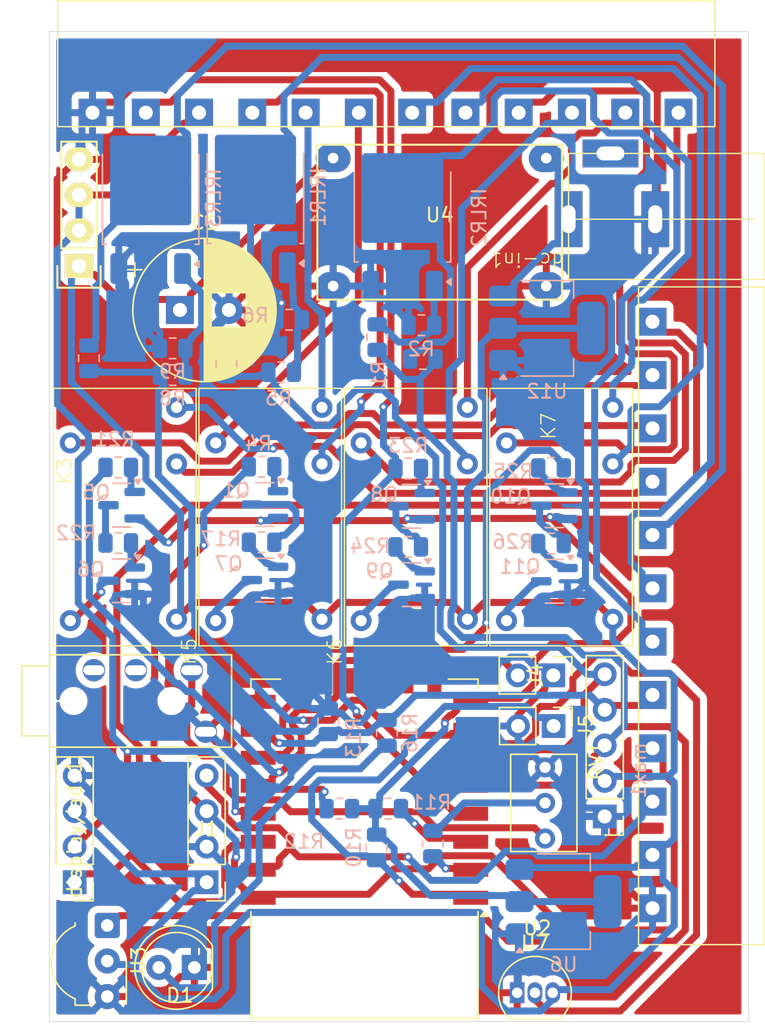
<source format=kicad_pcb>
(kicad_pcb (version 20240108) (generator "pcbnew") (generator_version "8.0")
  (layers (0 "F.Cu" signal) (31 "B.Cu" signal) (34 "B.Paste" user) (35 "F.Paste" user) (36 "B.SilkS" user "B.Silkscreen") (37 "F.SilkS" user "F.Silkscreen") (38 "B.Mask" user) (39 "F.Mask" user) (44 "Edge.Cuts" user))
  (net 0 "")
  (net 1 "/a0-in-res")
  (net 2 "/a0")
  (net 3 "GNDPWR")
  (net 4 "/conn1-8")
  (net 5 "/tx")
  (net 6 "/conn1-10")
  (net 7 "/conn1-9")
  (net 8 "/rx")
  (net 9 "/conn2-2")
  (net 10 "Net-(IRLR2-G)")
  (net 11 "/mosf1-out-d5")
  (net 12 "/mosf2-out-d6")
  (net 13 "Net-(IRLR1-G)")
  (net 14 "/mosf3-out-d7")
  (net 15 "Net-(IRLR3-G)")
  (net 16 "/d2")
  (net 17 "+5C")
  (net 18 "+12C")
  (net 19 "/d8")
  (net 22 "+3.3V")
  (net 24 "/conn2-5")
  (net 25 "/d4")
  (net 27 "/d0")
  (net 28 "/d3")
  (net 30 "/d5")
  (net 32 "/d7")
  (net 34 "/d1")
  (net 35 "/d6")
  (net 36 "/conn2-3")
  (net 37 "Net-(J5-Pin_1)")
  (net 38 "Net-(U2-EN)")
  (net 39 "/conn2-8")
  (net 40 "/conn2-9")
  (net 41 "/conn2-7")
  (net 42 "/conn2-6")
  (net 43 "/conn2-4")
  (net 44 "/conn2-1")
  (net 47 "Net-(D1-A)")
  (net 48 "Net-(Q1-B)")
  (net 49 "Net-(Q6-C)")
  (net 50 "Net-(Q7-C)")
  (net 51 "Net-(Q9-C)")
  (net 52 "Net-(R3-Pad1)")
  (net 53 "Net-(Q11-C)")
  (net 54 "Net-(Q1-C)")
  (net 55 "Net-(Q5-B)")
  (net 56 "Net-(Q5-C)")
  (net 57 "Net-(Q6-B)")
  (net 58 "Net-(Q7-B)")
  (net 59 "Net-(Q8-C)")
  (net 60 "Net-(Q8-B)")
  (net 61 "Net-(Q9-B)")
  (net 62 "Net-(Q10-C)")
  (net 63 "Net-(Q10-B)")
  (net 64 "Net-(Q11-B)")
  (footprint "module-custom-for-esp8266:Mini360_step-down" (layer "F.Cu") (at 105.52 68.52 180)
    (property "Reference" "U4")
    (property "Value" "Mini360")
  )
  (footprint "Connector_PinHeader_2.54mm:PinHeader_1x05_P2.54mm_Vertical" (layer "F.Cu") (at 117.32 110.99 180)
    (property "Reference" "max1")
    (property "Value" "~")
  )
  (footprint "Package_TO_SOT_THT:TO-92_Inline" (layer "F.Cu") (at 111.06 123.59)
    (property "Reference" "U7")
    (property "Value" "DS18B20")
  )
  (footprint "Connector_PinHeader_2.54mm:PinHeader_1x04_P2.54mm_Vertical" (layer "F.Cu") (at 79.41 115.69 180)
    (property "Reference" "display/ads1")
    (property "Value" "Conn_01x04_Pin" (hide yes))
  )
  (footprint "module-custom-for-esp8266:dc-in-plastic-standard" (layer "F.Cu") (at 114.735 68.315 180)
    (property "Reference" "dc-in1")
    (property "Value" "~")
  )
  (footprint "Potentiometer_THT:Potentiometer_Bourns_3266Y_Vertical" (layer "F.Cu") (at 113.055 112.565 -90)
    (property "Reference" "RV1")
    (property "Value" "res-a0" (hide yes))
  )
  (footprint "LED_THT:LED_D5.0mm_IRGrey" (layer "F.Cu") (at 87.975 121.78 180)
    (property "Reference" "D1")
    (property "Value" "LD271")
  )
  (footprint "module-custom-for-esp8266:ZC32F-012-HS3" (layer "F.Cu") (at 79.1 84.3 90)
    (property "Reference" "K3")
    (property "Value" "ZC32F-012-HS3-copy" (hide yes))
  )
  (footprint "RF_Module:ESP-12E" (layer "F.Cu") (at 100.14 113.3 180)
    (property "Reference" "U2")
    (property "Value" "ESP-12F")
  )
  (footprint "module-custom-for-esp8266:connector-12-green-mini" (layer "F.Cu") (at 123.6 61.7)
    (property "Reference" "J3" (hide yes))
    (property "Value" "Conn_01x12_Pin" (hide yes))
  )
  (footprint "module-custom-for-esp8266:ZC32F-012-HS3" (layer "F.Cu") (at 99.9 84.3 90)
    (property "Reference" "K6")
    (property "Value" "ZC32F-012-HS3-copy" (hide yes))
  )
  (footprint "Capacitor_THT:CP_Radial_D10.0mm_P3.50mm" (layer "F.Cu") (at 86.9423 74.8)
    (property "Reference" "C1")
    (property "Value" "C_Polarized_1000mF")
  )
  (footprint "OptoDevice:Vishay_MOLD-3Pin" (layer "F.Cu") (at 81.745 118.78 -90)
    (property "Reference" "U3")
    (property "Value" "TSOP23xx")
  )
  (footprint "module-custom-for-esp8266:PJ-320A" (layer "F.Cu") (at 75.635 100.54)
    (property "Reference" "U5" (hide yes))
    (property "Value" "PJ-320A")
  )
  (footprint "Connector_PinHeader_2.54mm:PinHeader_1x02_P2.54mm_Vertical" (layer "F.Cu") (at 113.665 104.53 -90)
    (property "Reference" "J5")
    (property "Value" "reset")
  )
  (footprint "Connector_PinHeader_2.54mm:PinHeader_1x04_P2.54mm_Vertical" (layer "F.Cu") (at 88.85 115.69 180)
    (property "Reference" "J1")
    (property "Value" "prog")
  )
  (footprint "module-custom-for-esp8266:ZC32F-012-HS3" (layer "F.Cu") (at 89.5 84.3 90)
    (property "Reference" "K5")
    (property "Value" "ZC32F-012-HS3-copy" (hide yes))
  )
  (footprint "Connector_PinHeader_2.54mm:PinHeader_1x02_P2.54mm_Vertical" (layer "F.Cu") (at 113.645 100.91 -90)
    (property "Reference" "J4")
    (property "Value" "flash")
  )
  (footprint "module-custom-for-esp8266:ZC32F-012-HS3" (layer "F.Cu") (at 110.3 84.3 90)
    (property "Reference" "K7")
    (property "Value" "ZC32F-012-HS3-copy" (hide yes))
  )
  (footprint "module-custom-for-esp8266:connector-12-green-mini" (layer "F.Cu") (at 119.74 118.55 -90)
    (property "Reference" "J2" (hide yes))
    (property "Value" "Conn_01x12_Pin" (hide yes))
  )
  (footprint "module-custom-for-esp8266:RF_Receiver_433_MHz" (layer "F.Cu") (at 79.6979 66.6 90)
    (property "Reference" "MX-RM-5V-RF-sensor1" (hide yes))
    (property "Value" "Conn_01x04_Pin" (hide yes))
  )
  (footprint "Resistor_SMD:R_0805_2012Metric" (layer "B.Cu") (at 92.78 86 180)
    (property "Reference" "R4")
    (property "Value" "R-1k")
  )
  (footprint "Package_TO_SOT_SMD:TO-252-2" (layer "B.Cu") (at 102.86 68.06 90)
    (property "Reference" "IRLR2")
    (property "Value" "~" (hide yes))
  )
  (footprint "Package_TO_SOT_SMD:SOT-23" (layer "B.Cu") (at 113.72 88.7875 180)
    (property "Reference" "Q10")
    (property "Value" "MMBT5401")
  )
  (footprint "Resistor_SMD:R_0805_2012Metric" (layer "B.Cu") (at 82.53 86.05 180)
    (property "Reference" "R21")
    (property "Value" "R-1k")
  )
  (footprint "Package_TO_SOT_SMD:TO-252-2" (layer "B.Cu") (at 84.8475 66.8 90)
    (property "Reference" "IRLR3")
    (property "Value" "~")
  )
  (footprint "Resistor_SMD:R_0805_2012Metric" (layer "B.Cu") (at 94.18 79.25)
    (property "Reference" "R5")
    (property "Value" "R-100")
  )
  (footprint "Resistor_SMD:R_0805_2012Metric" (layer "B.Cu") (at 101.01 113.2 -90)
    (property "Reference" "R10")
    (property "Value" "R-10k")
  )
  (footprint "Package_TO_SOT_SMD:SOT-23" (layer "B.Cu") (at 82.77 88.75 180)
    (property "Reference" "Q5")
    (property "Value" "MMBT5401")
  )
  (footprint "Resistor_SMD:R_0805_2012Metric" (layer "B.Cu") (at 101.8375 110.4325)
    (property "Reference" "R11")
    (property "Value" "R-10k")
  )
  (footprint "Resistor_SMD:R_0805_2012Metric" (layer "B.Cu") (at 97.55 104.1925 90)
    (property "Reference" "R13")
    (property "Value" "R-10k")
  )
  (footprint "Resistor_SMD:R_0805_2012Metric" (layer "B.Cu") (at 104.21 75.89)
    (property "Reference" "R2")
    (property "Value" "R-10k")
  )
  (footprint "Package_TO_SOT_SMD:TO-252-2" (layer "B.Cu") (at 92.34 66.74 90)
    (property "Reference" "IRLR1")
    (property "Value" "~")
  )
  (footprint "Package_TO_SOT_SMD:SOT-23" (layer "B.Cu") (at 103.51 94.4275 180)
    (property "Reference" "Q9")
    (property "Value" "MMBT5551-npn")
  )
  (footprint "Package_TO_SOT_SMD:SOT-23" (layer "B.Cu") (at 113.72 94.1875 180)
    (property "Reference" "Q11")
    (property "Value" "MMBT5551-npn")
  )
  (footprint "Resistor_SMD:R_0805_2012Metric" (layer "B.Cu") (at 92.78 91.4)
    (property "Reference" "R17")
    (property "Value" "R-1k")
  )
  (footprint "Resistor_SMD:R_0805_2012Metric" (layer "B.Cu") (at 103.27 91.7275)
    (property "Reference" "R24")
    (property "Value" "R-1k")
  )
  (footprint "Package_TO_SOT_SMD:SOT-23" (layer "B.Cu") (at 93.02 88.7 180)
    (property "Reference" "Q1")
    (property "Value" "MMBT5401")
  )
  (footprint "Package_TO_SOT_SMD:SOT-223-3_TabPin2" (layer "B.Cu") (at 113.19 76.11)
    (property "Reference" "U12")
    (property "Value" "AMS1117-5.0")
  )
  (footprint "Resistor_SMD:R_0805_2012Metric" (layer "B.Cu") (at 86.42 79.45)
    (property "Reference" "R8")
    (property "Value" "R-100")
  )
  (footprint "Resistor_SMD:R_0805_2012Metric" (layer "B.Cu") (at 113.48 91.4875)
    (property "Reference" "R26")
    (property "Value" "R-1k")
  )
  (footprint "Resistor_SMD:R_0805_2012Metric" (layer "B.Cu") (at 94.75 75.5)
    (property "Reference" "R6")
    (property "Value" "R-10k")
  )
  (footprint "Resistor_SMD:R_0805_2012Metric" (layer "B.Cu") (at 104.31 78.3 180)
    (property "Reference" "Jumper-d5" (hide yes))
    (property "Value" "1")
  )
  (footprint "Package_TO_SOT_SMD:SOT-23" (layer "B.Cu") (at 82.77 94.15 180)
    (property "Reference" "Q6")
    (property "Value" "MMBT5551-npn")
  )
  (footprint "Resistor_SMD:R_0805_2012Metric" (layer "B.Cu") (at 113.48 86.0875)
    (property "Reference" "R25")
    (property "Value" "R-1k")
  )
  (footprint "Resistor_SMD:R_0805_2012Metric" (layer "B.Cu") (at 98.3375 110.4325)
    (property "Reference" "R12")
    (property "Value" "R-10k")
  )
  (footprint "Resistor_SMD:R_0805_2012Metric" (layer "B.Cu") (at 103.27 86.1275 180)
    (property "Reference" "R23")
    (property "Value" "R-1k")
  )
  (footprint "Resistor_SMD:R_0805_2012Metric" (layer "B.Cu") (at 101.05 76.74 90)
    (property "Reference" "R1")
    (property "Value" "R-100")
  )
  (footprint "Resistor_SMD:R_0805_2012Metric" (layer "B.Cu") (at 82.53 91.45 180)
    (property "Reference" "R22")
    (property "Value" "R-1k")
  )
  (footprint "Package_TO_SOT_SMD:SOT-23" (layer "B.Cu") (at 103.51 88.8275 180)
    (property "Reference" "Q8")
    (property "Value" "MMBT5401")
  )
  (footprint "Resistor_SMD:R_0805_2012Metric" (layer "B.Cu") (at 90.26 78.63 90)
    (property "Reference" "Jumper-d6" (hide yes))
    (property "Value" "1")
  )
  (footprint "Package_TO_SOT_SMD:SOT-223-3_TabPin2" (layer "B.Cu") (at 114.38 117.0725)
    (property "Reference" "U6")
    (property "Value" "AMS1117-3.3")
  )
  (footprint "Package_TO_SOT_SMD:SOT-23" (layer "B.Cu") (at 93.02 94.1 180)
    (property "Reference" "Q7")
    (property "Value" "MMBT5551-npn")
  )
  (footprint "Resistor_SMD:R_0805_2012Metric" (layer "B.Cu") (at 86.42 77.54)
    (property "Reference" "R9")
    (property "Value" "R-10k")
  )
  (footprint "Resistor_SMD:R_0805_2012Metric" (layer "B.Cu") (at 80.43 78.25 90)
    (property "Reference" "Jumper-d7" (hide yes))
    (property "Value" "1")
  )
  (footprint "Resistor_SMD:R_0805_2012Metric" (layer "B.Cu") (at 101.75 105.02 90)
    (property "Reference" "R16")
    (property "Value" "R-100")
  )
  (footprint "Resistor_SMD:R_0805_2012Metric" (layer "B.Cu") (at 105.03 112.9225 -90)
    (property "Reference" "R3" (hide yes))
    (property "Value" "R-100")
  )
  (gr_rect (start 77.6 54.9) (end 127.6 125.64) (stroke (width 0.05)) (fill none) (layer "Edge.Cuts"))
  (segment (start 87.785 103.0585) (end 87.435 103.4085) (width 0.5) (layer "F.Cu") (net 1))
  (segment (start 89.4299 106.67) (end 90.25 107.4901) (width 0.5) (layer "F.Cu") (net 1))
  (segment (start 87.785 100.54) (end 87.785 103.0585) (width 0.5) (layer "F.Cu") (net 1))
  (segment (start 90.25 108.9671) (end 91.0829 109.8) (width 0.5) (layer "F.Cu") (net 1))
  (segment (start 104.0716 110.6556) (end 105.216 111.8) (width 0.5) (layer "F.Cu") (net 1))
  (segment (start 105.216 111.8) (end 112.29 111.8) (width 0.5) (layer "F.Cu") (net 1))
  (segment (start 87.435 105.4992) (end 88.6058 106.67) (width 0.5) (layer "F.Cu") (net 1))
  (segment (start 93.9971 109.8) (end 94.8527 110.6556) (width 0.5) (layer "F.Cu") (net 1))
  (segment (start 94.8527 110.6556) (end 104.0716 110.6556) (width 0.5) (layer "F.Cu") (net 1))
  (segment (start 88.6058 106.67) (end 89.4299 106.67) (width 0.5) (layer "F.Cu") (net 1))
  (segment (start 112.29 111.8) (end 113.055 112.565) (width 0.5) (layer "F.Cu") (net 1))
  (segment (start 90.25 107.4901) (end 90.25 108.9671) (width 0.5) (layer "F.Cu") (net 1))
  (segment (start 91.0829 109.8) (end 93.9971 109.8) (width 0.5) (layer "F.Cu") (net 1))
  (segment (start 87.435 103.4085) (end 87.435 105.4992) (width 0.5) (layer "F.Cu") (net 1))
  (segment (start 105.9441 114.7092) (end 106.49 114.7092) (width 0.5) (layer "F.Cu") (net 2))
  (segment (start 106.74 114.7092) (end 107.74 114.8) (width 0.5) (layer "F.Cu") (net 2))
  (segment (start 106.49 114.7092) (end 106.74 114.7092) (width 0.5) (layer "F.Cu") (net 2))
  (via (at 105.9441 114.7092) (size 0.6) (drill 0.3) (layers "F.Cu" "B.Cu") (net 2))
  (segment (start 105.6167 114.3818) (end 105.9441 114.7092) (width 0.5) (layer "B.Cu") (net 2))
  (segment (start 105.03 113.835) (end 105.6167 114.3021) (width 0.5) (layer "B.Cu") (net 2))
  (segment (start 105.6167 114.3021) (end 105.6167 114.3818) (width 0.5) (layer "B.Cu") (net 2))
  (segment (start 81.69 59.95) (end 82.4722 59.95) (width 0.5) (layer "F.Cu") (net 3))
  (segment (start 119.99 116.8) (end 120.74 117.55) (width 0.5) (layer "F.Cu") (net 3))
  (segment (start 117.92 111.59) (end 117.92 111.84) (width 0.5) (layer "F.Cu") (net 3))
  (segment (start 113.645 100.91) (end 113.045 101.51) (width 0.5) (layer "F.Cu") (net 3))
  (segment (start 117.92 111.84) (end 117.92 115.0836) (width 0.5) (layer "F.Cu") (net 3))
  (segment (start 87.325 122.43) (end 87.975 121.78) (width 0.5) (layer "F.Cu") (net 3))
  (segment (start 82.4722 59.95) (end 84.8722 57.55) (width 0.5) (layer "F.Cu") (net 3))
  (segment (start 90.675 103.05) (end 91.29 103.05) (width 0.5) (layer "F.Cu") (net 3))
  (segment (start 96.441 74.299) (end 94.2051 74.299) (width 0.5) (layer "F.Cu") (net 3))
  (segment (start 112.5643 102.3443) (end 112.5117 102.3443) (width 0.5) (layer "F.Cu") (net 3))
  (segment (start 121.08 66.31) (end 121.085 66.315) (width 0.5) (layer "F.Cu") (net 3))
  (segment (start 93.7041 74.8) (end 94.2051 74.299) (width 0.5) (layer "F.Cu") (net 3))
  (segment (start 91.29 103.05) (end 91.54 103.05) (width 0.5) (layer "F.Cu") (net 3))
  (segment (start 112.5117 102.3443) (end 111.125 103.731) (width 0.5) (layer "F.Cu") (net 3))
  (segment (start 113.045 101.76) (end 113.045 101.8636) (width 0.5) (layer "F.Cu") (net 3))
  (segment (start 80.69 60.7) (end 81.44 59.95) (width 0.5) (layer "F.Cu") (net 3))
  (segment (start 121.085 66.565) (end 120.935 68.315) (width 0.5) (layer "F.Cu") (net 3))
  (segment (start 121.08 59.1657) (end 121.08 66.31) (width 0.5) (layer "F.Cu") (net 3))
  (segment (start 78.1561 65.4543) (end 78.1561 72.7521) (width 0.5) (layer "F.Cu") (net 3))
  (segment (start 84.8722 57.55) (end 119.4643 57.55) (width 0.5) (layer "F.Cu") (net 3))
  (segment (start 97.65 73.09) (end 96.441 74.299) (width 0.5) (layer "F.Cu") (net 3))
  (segment (start 87.075 122.43) (end 87.325 122.43) (width 0.5) (layer "F.Cu") (net 3))
  (segment (start 91.54 103.05) (end 92.54 102.8) (width 0.5) (layer "F.Cu") (net 3))
  (segment (start 121.085 66.315) (end 121.085 66.565) (width 0.5) (layer "F.Cu") (net 3))
  (segment (start 78.1561 72.7521) (end 81.754 76.35) (width 0.5) (layer "F.Cu") (net 3))
  (segment (start 113.045 101.51) (end 113.045 101.76) (width 0.5) (layer "F.Cu") (net 3))
  (segment (start 86.9714 122.43) (end 87.075 122.43) (width 0.5) (layer "F.Cu") (net 3))
  (segment (start 88.8923 76.35) (end 90.4423 74.8) (width 0.5) (layer "F.Cu") (net 3))
  (segment (start 90.4423 74.8) (end 93.7041 74.8) (width 0.5) (layer "F.Cu") (net 3))
  (segment (start 119.4643 57.55) (end 121.08 59.1657) (width 0.5) (layer "F.Cu") (net 3))
  (segment (start 88.785 104.94) (end 90.675 103.05) (width 0.5) (layer "F.Cu") (net 3))
  (segment (start 117.92 115.0836) (end 119.6364 116.8) (width 0.5) (layer "F.Cu") (net 3))
  (segment (start 79.7221 64.0407) (end 79.5697 64.0407) (width 0.5) (layer "F.Cu") (net 3))
  (segment (start 117.32 110.99) (end 117.92 111.59) (width 0.5) (layer "F.Cu") (net 3))
  (segment (start 81.754 76.35) (end 88.8923 76.35) (width 0.5) (layer "F.Cu") (net 3))
  (segment (start 119.74 116.8) (end 119.99 116.8) (width 0.5) (layer "F.Cu") (net 3))
  (segment (start 79.5697 64.0407) (end 78.1561 65.4543) (width 0.5) (layer "F.Cu") (net 3))
  (segment (start 81.745 123.86) (end 85.5414 123.86) (width 0.5) (layer "F.Cu") (net 3))
  (segment (start 111.125 103.731) (end 111.125 104.53) (width 0.5) (layer "F.Cu") (net 3))
  (segment (start 97.9 73.09) (end 97.65 73.09) (width 0.5) (layer "F.Cu") (net 3))
  (segment (start 119.6364 116.8) (end 119.74 116.8) (width 0.5) (layer "F.Cu") (net 3))
  (segment (start 85.5414 123.86) (end 86.9714 122.43) (width 0.5) (layer "F.Cu") (net 3))
  (segment (start 81.44 59.95) (end 81.69 59.95) (width 0.5) (layer "F.Cu") (net 3))
  (segment (start 113.045 101.8636) (end 112.5643 102.3443) (width 0.5) (layer "F.Cu") (net 3))
  (via (at 94.2051 74.299) (size 0.6) (drill 0.3) (layers "F.Cu" "B.Cu") (net 3))
  (segment (start 101.5109 103.044) (end 105.3265 99.2284) (width 0.5) (layer "B.Cu") (net 3))
  (segment (start 111.125 105.555) (end 113.055 107.485) (width 0.5) (layer "B.Cu") (net 3))
  (segment (start 95.2456 100.9594) (end 95.2456 94.9112) (width 0.5) (layer "B.Cu") (net 3))
  (segment (start 99.979 73.09) (end 98.15 73.09) (width 0.5) (layer "B.Cu") (net 3))
  (segment (start 96.0456 93.9072) (end 95.1436 94.8092) (width 0.5) (layer "B.Cu") (net 3))
  (segment (start 117.7704 77.9534) (end 117.7383 77.9855) (width 0.5) (layer "B.Cu") (net 3))
  (segment (start 116.72 110.39) (end 117.32 110.99) (width 0.5) (layer "B.Cu") (net 3))
  (segment (start 117.7704 77.9027) (end 117.7704 77.9534) (width 0.5) (layer "B.Cu") (net 3))
  (segment (start 94.6898 94.8712) (end 95.0816 94.8712) (width 0.5) (layer "B.Cu") (net 3))
  (segment (start 88.625 118.3928) (end 90.665 116.3528) (width 0.5) (layer "B.Cu") (net 3))
  (segment (start 96.0396 104.9036) (end 96.5129 104.4303) (width 0.5) (layer "B.Cu") (net 3))
  (segment (start 89.009 76.6425) (end 89.009 80.1366) (width 0.5) (layer "B.Cu") (net 3))
  (segment (start 98.2414 103.5905) (end 98.4771 103.5905) (width 0.5) (layer "B.Cu") (net 3))
  (segment (start 88.785 104.94) (end 88.9629 104.94) (width 0.5) (layer "B.Cu") (net 3))
  (segment (start 91.1774 114.869) (end 91.8072 114.2392) (width 0.5) (layer "B.Cu") (net 3))
  (segment (start 91.8072 114.2392) (end 91.8072 110.2199) (width 0.5) (layer "B.Cu") (net 3))
  (segment (start 95.2456 85.139) (end 95.2456 88.0865) (width 0.5) (layer "B.Cu") (net 3))
  (segment (start 97.052 102.7658) (end 95.2456 100.9594) (width 0.5) (layer "B.Cu") (net 3))
  (segment (start 119.74 118.3) (end 119.6364 118.3) (width 0.5) (layer "B.Cu") (net 3))
  (segment (start 90.665 116.3528) (end 90.665 114.869) (width 0.5) (layer "B.Cu") (net 3))
  (segment (start 95.2456 88.0865) (end 96.0456 88.8865) (width 0.5) (layer "B.Cu") (net 3))
  (segment (start 114.8381 84.688) (end 114.8381 80.4419) (width 0.5) (layer "B.Cu") (net 3))
  (segment (start 90.458 74.7843) (end 90.458 72.8714) (width 0.5) (layer "B.Cu") (net 3))
  (segment (start 120.74 117.55) (end 119.99 118.3) (width 0.5) (layer "B.Cu") (net 3))
  (segment (start 80.69 60.7) (end 79.94 61.45) (width 0.5) (layer "B.Cu") (net 3))
  (segment (start 117.8121 77.7605) (end 117.8078 77.7648) (width 0.5) (layer "B.Cu") (net 3))
  (segment (start 118.9349 119.0015) (end 118.9349 119.0552) (width 0.5) (layer "B.Cu") (net 3))
  (segment (start 90.4423 74.8) (end 90.4423 75.2092) (width 0.5) (layer "B.Cu") (net 3))
  (segment (start 110.04 78.41) (end 110.9986 78.948) (width 0.5) (layer "B.Cu") (net 3))
  (segment (start 111.145 119.8739) (end 111.23 119.3725) (width 0.5) (layer "B.Cu") (net 3))
  (segment (start 101.6609 73.998) (end 102.8983 75.2354) (width 0.5) (layer "B.Cu") (net 3))
  (segment (start 100.3411 103.7997) (end 100.3411 103.6713) (width 0.5) (layer "B.Cu") (net 3))
  (segment (start 83.0615 74.8386) (end 83.0615 72.902) (width 0.5) (layer "B.Cu") (net 3))
  (segment (start 111.145 120.1239) (end 111.145 119.8739) (width 0.5) (layer "B.Cu") (net 3))
  (segment (start 117.7891 77.884) (end 117.7704 77.9027) (width 0.5) (layer "B.Cu") (net 3))
  (segment (start 96.5129 104.4303) (end 96.5129 104.1975) (width 0.5) (layer "B.Cu") (net 3))
  (segment (start 79.94 61.7) (end 79.94 63.9752) (width 0.5) (layer "B.Cu") (net 3))
  (segment (start 111.6445 99.6075) (end 110.5655 99.6075) (width 0.5) (layer "B.Cu") (net 3))
  (segment (start 113.055 107.485) (end 115.96 110.39) (width 0.5) (layer "B.Cu") (net 3))
  (segment (start 97.052 102.7761) (end 97.052 102.7658) (width 0.5) (layer "B.Cu") (net 3))
  (segment (start 102.8983 75.2354) (end 103.2975 75.89) (width 0.5) (layer "B.Cu") (net 3))
  (segment (start 100.3411 103.6713) (end 100.9684 103.044) (width 0.5) (layer "B.Cu") (net 3))
  (segment (start 98.15 73.09) (end 97.9 73.09) (width 0.5) (layer "B.Cu") (net 3))
  (segment (start 84.3238 96.3623) (end 87.1515 99.19) (width 0.5) (layer "B.Cu") (net 3))
  (segment (start 112.335 119.4975) (end 112.2314 119.4975) (width 0.5) (layer "B.Cu") (net 3))
  (segment (start 120.185 71.0824) (end 117.5571 73.7103) (width 0.5) (layer "B.Cu") (net 3))
  (segment (start 83.0615 72.902) (end 83.0542 72.8947) (width 0.5) (layer "B.Cu") (net 3))
  (segment (start 111.145 122.84) (end 111.145 120.1239) (width 0.5) (layer "B.Cu") (net 3))
  (segment (start 87.975 121.78) (end 88.625 121.13) (width 0.5) (layer "B.Cu") (net 3))
  (segment (start 118.9349 119.0552) (end 118.4657 119.5244) (width 0.5) (layer "B.Cu") (net 3))
  (segment (start 97.55 103.28) (end 98.2414 103.5905) (width 0.5) (layer "B.Cu") (net 3))
  (segment (start 79.94 63.9752) (end 79.8745 64.0407) (width 0.5) (layer "B.Cu") (net 3))
  (segment (start 100.229 73.09) (end 99.979 73.09) (width 0.5) (layer "B.Cu") (net 3))
  (segment (start 117.5571 73.7103) (end 117.6877 73.8409) (width 0.5) (layer "B.Cu") (net 3))
  (segment (start 90.06 71.78) (end 89.4686 70.882) (width 0.5) (layer "B.Cu") (net 3))
  (segment (start 93.4354 104.993) (end 93.5248 104.9036) (width 0.5) (layer "B.Cu") (net 3))
  (segment (start 105.0638 95.6723) (end 105.0638 95.69) (width 0.5) (layer "B.Cu") (net 3))
  (segment (start 83.1222 70.8532) (end 83.1221 70.8532) (width 0.5) (layer "B.Cu") (net 3))
  (segment (start 83.7864 70.189) (end 83.1222 70.8532) (width 0.5) (layer "B.Cu") (net 3))
  (segment (start 111.145 123.09) (end 111.145 122.84) (width 0.5) (layer "B.Cu") (net 3))
  (segment (start 117.7891 77.8331) (end 117.7891 77.884) (width 0.5) (layer "B.Cu") (net 3))
  (segment (start 94.8794 107.487) (end 94.8794 108.1872) (width 0.5) (layer "B.Cu") (net 3))
  (segment (start 89.4686 70.882) (end 88.4887 70.882) (width 0.5) (layer "B.Cu") (net 3))
  (segment (start 94.0987 106.992) (end 94.3844 106.992) (width 0.5) (layer "B.Cu") (net 3))
  (segment (start 93.8375 75.5) (end 94.148 74.8086) (width 0.5) (layer "B.Cu") (net 3))
  (segment (start 88.625 120.88) (end 88.625 118.3928) (width 0.5) (layer "B.Cu") (net 3))
  (segment (start 90.665 114.869) (end 91.1774 114.869) (width 0.5) (layer "B.Cu") (net 3))
  (segment (start 94.0645 109.0021) (end 93.025 109.0021) (width 0.5) (layer "B.Cu") (net 3))
  (segment (start 93.4354 104.993) (end 93.2124 105.216) (width 0.5) (layer "B.Cu") (net 3))
  (segment (start 119.99 118.3) (end 119.74 118.3) (width 0.5) (layer "B.Cu") (net 3))
  (segment (start 118.4657 119.5244) (end 112.3619 119.5244) (width 0.5) (layer "B.Cu") (net 3))
  (segment (start 104.9218 95.832) (end 104.9218 98.8237) (width 0.5) (layer "B.Cu") (net 3))
  (segment (start 94.148 74.8086) (end 94.148 74.3561) (width 0.5) (layer "B.Cu") (net 3))
  (segment (start 96.9633 103.7471) (end 97.55 103.28) (width 0.5) (layer "B.Cu") (net 3))
  (segment (start 92.7214 83.849) (end 93.9556 83.849) (width 0.5) (layer "B.Cu") (net 3))
  (segment (start 93.9575 95.05) (end 94.6898 94.8712) (width 0.5) (layer "B.Cu") (net 3))
  (segment (start 89.135 100.6926) (end 93.4354 104.993) (width 0.5) (layer "B.Cu") (net 3))
  (segment (start 90.458 72.8714) (end 90.06 71.78) (width 0.5) (layer "B.Cu") (net 3))
  (segment (start 79.41 108.07) (end 84.49 113.15) (width 0.5) (layer "B.Cu") (net 3))
  (segment (start 115.3526 80.4419) (end 114.8381 80.4419) (width 0.5) (layer "B.Cu") (net 3))
  (segment (start 111.06 123.59) (end 111.145 123.09) (width 0.5) (layer "B.Cu") (net 3))
  (segment (start 114.6575 95.1375) (end 115.3678 94.9054) (width 0.5) (layer "B.Cu") (net 3))
  (segment (start 98.4771 103.5905) (end 99.1462 104.2596) (width 0.5) (layer "B.Cu") (net 3))
  (segment (start 117.8078 77.7648) (end 117.8078 77.8144) (width 0.5) (layer "B.Cu") (net 3))
  (segment (start 96.0456 88.8865) (end 96.0456 93.9072) (width 0.5) (layer "B.Cu") (net 3))
  (segment (start 100.58 73.1) (end 100.229 73.09) (width 0.5) (layer "B.Cu") (net 3))
  (segment (start 101.1714 73.998) (end 101.6609 73.998) (width 0.5) (layer "B.Cu") (net 3))
  (segment (start 111.9814 119.4975) (end 111.23 119.3725) (width 0.5) (layer "B.Cu") (net 3))
  (segment (start 120.935 68.315) (end 120.185 70.065) (width 0.5) (layer "B.Cu") (net 3))
  (segment (start 83.1221 70.8532) (end 82.5675 71.84) (width 0.5) (layer "B.Cu") (net 3))
  (segment (start 120.185 70.065) (end 120.185 70.315) (width 0.5) (layer "B.Cu") (net 3))
  (segment (start 112.795 100.31) (end 112.347 100.31) (width 0.5) (layer "B.Cu") (net 3))
  (segment (start 90.4423 74.8) (end 90.458 74.7843) (width 0.5) (layer "B.Cu") (net 3))
  (segment (start 93.9556 83.849) (end 95.2456 85.139) (width 0.5) (layer "B.Cu") (net 3))
  (segment (start 89.135 99.9808) (end 89.135 100.6926) (width 0.5) (layer "B.Cu") (net 3))
  (segment (start 93.2124 106.1057) (end 94.0987 106.992) (width 0.5) (layer "B.Cu") (net 3))
  (segment (start 100.9684 103.044) (end 101.5109 103.044) (width 0.5) (layer "B.Cu") (net 3))
  (segment (start 113.045 100.31) (end 112.795 100.31) (width 0.5) (layer "B.Cu") (net 3))
  (segment (start 88.625 121.13) (end 88.625 120.88) (width 0.5) (layer "B.Cu") (net 3))
  (segment (start 104.4475 95.3775) (end 105.0638 95.6723) (width 0.5) (layer "B.Cu") (net 3))
  (segment (start 110.9986 78.948) (end 112.4925 80.4419) (width 0.5) (layer "B.Cu") (net 3))
  (segment (start 110.373 99.8) (end 105.8981 99.8) (width 0.5) (layer "B.Cu") (net 3))
  (segment (start 88.9629 104.94) (end 93.025 109.0021) (width 0.5) (layer "B.Cu") (net 3))
  (segment (start 96.5129 104.1975) (end 96.9633 103.7471) (width 0.5) (layer "B.Cu") (net 3))
  (segment (start 117.6877 74.1188) (end 117.8164 74.2475) (width 0.5) (layer "B.Cu") (net 3))
  (segment (start 83.7075 95.1) (end 84.3238 95.3948) (width 0.5) (layer "B.Cu") (net 3))
  (segment (start 84.3238 95.3948) (end 84.3238 96.3623) (width 0.5) (layer "B.Cu") (net 3))
  (segment (start 112.4925 80.4419) (end 114.8381 80.4419) (width 0.5) (layer "B.Cu") (net 3))
  (segment (start 90.4423 75.2092) (end 89.009 76.6425) (width 0.5) (layer "B.Cu") (net 3))
  (segment (start 87.7957 70.189) (end 83.7864 70.189) (width 0.5) (layer "B.Cu") (net 3))
  (segment (start 90.665 114.869) (end 90.569 114.869) (width 0.5) (layer "B.Cu") (net 3))
  (segment (start 115.3678 94.9054) (end 115.9456 94.3276) (width 0.5) (layer "B.Cu") (net 3))
  (segment (start 93.5248 104.9036) (end 96.0396 104.9036) (width 0.5) (layer "B.Cu") (net 3))
  (segment (start 117.5571 73.7103) (end 116.9368 73.09) (width 0.5) (layer "B.Cu") (net 3))
  (segment (start 85.1083 76.8854) (end 83.0615 74.8386) (width 0.5) (layer "B.Cu") (net 3))
  (segment (start 112.3619 119.5244) (end 112.335 119.4975) (width 0.5) (layer "B.Cu") (net 3))
  (segment (start 105.8981 99.8) (end 105.3265 99.2284) (width 0.5) (layer "B.Cu") (net 3))
  (segment (start 117.7383 77.9855) (end 117.7383 78.0151) (width 0.5) (layer "B.Cu") (net 3))
  (segment (start 90.569 114.869) (end 88.85 113.15) (width 0.5) (layer "B.Cu") (net 3))
  (segment (start 85.5075 77.54) (end 85.1083 76.8854) (width 0.5) (layer "B.Cu") (net 3))
  (segment (start 117.7062 78.0883) (end 115.3526 80.4419) (width 0.5) (layer "B.Cu") (net 3))
  (segment (start 94.3844 106.992) (end 94.8794 107.487) (width 0.5) (layer "B.Cu") (net 3))
  (segment (start 89.009 80.1366) (end 92.7214 83.849) (width 0.5) (layer "B.Cu") (net 3))
  (segment (start 95.0816 94.8712) (end 95.1436 94.8092) (width 0.5) (layer "B.Cu") (net 3))
  (segment (start 115.4464 85.2963) (end 114.8381 84.688) (width 0.5) (layer "B.Cu") (net 3))
  (segment (start 95.2456 94.9112) (end 95.1436 94.8092) (width 0.5) (layer "B.Cu") (net 3))
  (segment (start 112.2314 119.4975) (end 111.9814 119.4975) (width 0.5) (layer "B.Cu") (net 3))
  (segment (start 116.47 110.39) (end 116.72 110.39) (width 0.5) (layer "B.Cu") (net 3))
  (segment (start 79.94 61.45) (end 79.94 61.7) (width 0.5) (layer "B.Cu") (net 3))
  (segment (start 111.125 104.53) (end 111.125 105.555) (width 0.5) (layer "B.Cu") (net 3))
  (segment (start 115.4464 86.8981) (end 115.4464 85.2963) (width 0.5) (layer "B.Cu") (net 3))
  (segment (start 91.8072 110.2199) (end 93.025 109.0021) (width 0.5) (layer "B.Cu") (net 3))
  (segment (start 115.9456 94.3276) (end 115.9456 87.3973) (width 0.5) (layer "B.Cu") (net 3))
  (segment (start 84.49 113.15) (end 88.85 113.15) (width 0.5) (layer "B.Cu") (net 3))
  (segment (start 105.0638 95.69) (end 104.9218 95.832) (width 0.5) (layer "B.Cu") (net 3))
  (segment (start 79.8745 64.0407) (end 79.7221 64.0407) (width 0.5) (layer "B.Cu") (net 3))
  (segment (start 117.6877 73.8409) (end 117.6877 74.1188) (width 0.5) (layer "B.Cu") (net 3))
  (segment (start 99.8812 104.2596) (end 100.3411 103.7997) (width 0.5) (layer "B.Cu") (net 3))
  (segment (start 117.8078 77.8144) (end 117.7891 77.8331) (width 0.5) (layer "B.Cu") (net 3))
  (segment (start 117.8164 74.2475) (end 117.8164 77.7065) (width 0.5) (layer "B.Cu") (net 3))
  (segment (start 117.7383 78.0151) (end 117.7062 78.0472) (width 0.5) (layer "B.Cu") (net 3))
  (segment (start 104.9218 98.8237) (end 105.3265 99.2284) (width 0.5) (layer "B.Cu") (net 3))
  (segment (start 120.185 70.315) (end 120.185 71.0824) (width 0.5) (layer "B.Cu") (net 3))
  (segment (start 119.6364 118.3) (end 118.9349 119.0015) (width 0.5) (layer "B.Cu") (net 3))
  (segment (start 110.5655 99.6075) (end 110.373 99.8) (width 0.5) (layer "B.Cu") (net 3))
  (segment (start 97.55 103.28) (end 97.052 102.7761) (width 0.5) (layer "B.Cu") (net 3))
  (segment (start 115.96 110.39) (end 116.47 110.39) (width 0.5) (layer "B.Cu") (net 3))
  (segment (start 112.347 100.31) (end 111.6445 99.6075) (width 0.5) (layer "B.Cu") (net 3))
  (segment (start 117.8121 77.7108) (end 117.8121 77.7605) (width 0.5) (layer "B.Cu") (net 3))
  (segment (start 94.148 74.3561) (end 94.2051 74.299) (width 0.5) (layer "B.Cu") (net 3))
  (segment (start 88.3442 99.19) (end 89.135 99.9808) (width 0.5) (layer "B.Cu") (net 3))
  (segment (start 117.7062 78.0472) (end 117.7062 78.0883) (width 0.5) (layer "B.Cu") (net 3))
  (segment (start 99.1462 104.2596) (end 99.8812 104.2596) (width 0.5) (layer "B.Cu") (net 3))
  (segment (start 93.2124 105.216) (end 93.2124 106.1057) (width 0.5) (layer "B.Cu") (net 3))
  (segment (start 113.39 73.09) (end 113.14 73.09) (width 0.5) (layer "B.Cu") (net 3))
  (segment (start 113.645 100.91) (end 113.045 100.31) (width 0.5) (layer "B.Cu") (net 3))
  (segment (start 115.9456 87.3973) (end 115.4464 86.8981) (width 0.5) (layer "B.Cu") (net 3))
  (segment (start 83.0542 72.8947) (end 82.5675 71.84) (width 0.5) (layer "B.Cu") (net 3))
  (segment (start 88.4887 70.882) (end 87.7957 70.189) (width 0.5) (layer "B.Cu") (net 3))
  (segment (start 94.8794 108.1872) (end 94.0645 109.0021) (width 0.5) (layer "B.Cu") (net 3))
  (segment (start 87.1515 99.19) (end 88.3442 99.19) (width 0.5) (layer "B.Cu") (net 3))
  (segment (start 100.58 73.1) (end 101.1714 73.998) (width 0.5) (layer "B.Cu") (net 3))
  (segment (start 117.8164 77.7065) (end 117.8121 77.7108) (width 0.5) (layer "B.Cu") (net 3))
  (segment (start 116.9368 73.09) (end 113.39 73.09) (width 0.5) (layer "B.Cu") (net 3))
  (segment (start 119.74 87.82) (end 119.6364 87.82) (width 0.5) (layer "F.Cu") (net 4))
  (segment (start 97.6219 84.54) (end 93.7625 84.54) (width 0.5) (layer "F.Cu") (net 4))
  (segment (start 120.74 87.07) (end 119.99 87.82) (width 0.5) (layer "F.Cu") (net 4))
  (segment (start 100.9819 87.9) (end 97.6219 84.54) (width 0.5) (layer "F.Cu") (net 4))
  (segment (start 119.5564 87.9) (end 100.9819 87.9) (width 0.5) (layer "F.Cu") (net 4))
  (segment (start 93.7625 84.54) (end 93.6035 84.699) (width 0.5) (layer "F.Cu") (net 4))
  (segment (start 119.6364 87.82) (end 119.5564 87.9) (width 0.5) (layer "F.Cu") (net 4))
  (segment (start 119.99 87.82) (end 119.74 87.82) (width 0.5) (layer "F.Cu") (net 4))
  (via (at 93.6035 84.699) (size 0.6) (drill 0.3) (layers "F.Cu" "B.Cu") (net 4))
  (segment (start 91.7375 84.699) (end 88.7985 81.76) (width 0.5) (layer "B.Cu") (net 4))
  (segment (start 88.7985 81.76) (end 86.7 81.76) (width 0.5) (layer "B.Cu") (net 4))
  (segment (start 93.6035 84.699) (end 91.7375 84.699) (width 0.5) (layer "B.Cu") (net 4))
  (segment (start 102.2517 114.7368) (end 100.4385 116.55) (width 0.5) (layer "F.Cu") (net 5))
  (segment (start 122.29 118.7778) (end 121.9678 119.1) (width 0.5) (layer "F.Cu") (net 5))
  (segment (start 105.6512 113.8) (end 104.7144 114.7368) (width 0.5) (layer "F.Cu") (net 5))
  (segment (start 121.49 107.9022) (end 122.29 108.7022) (width 0.5) (layer "F.Cu") (net 5))
  (segment (start 92.54 116.8) (end 91.54 116.55) (width 0.5) (layer "F.Cu") (net 5))
  (segment (start 121.49 107.12) (end 121.49 107.9022) (width 0.5) (layer "F.Cu") (net 5))
  (segment (start 121.9678 119.1) (end 114.4971 119.1) (width 0.5) (layer "F.Cu") (net 5))
  (segment (start 88.6465 91.6135) (end 85.135 95.125) (width 0.5) (layer "F.Cu") (net 5))
  (segment (start 91.54 116.3) (end 91.54 116.1964) (width 0.5) (layer "F.Cu") (net 5))
  (segment (start 90.8428 114.1147) (end 90.9413 114.0162) (width 0.5) (layer "F.Cu") (net 5))
  (segment (start 85.0845 101.1497) (end 85.0845 106.8445) (width 0.5) (layer "F.Cu") (net 5))
  (segment (start 90.9413 113.903) (end 90.9572 113.8871) (width 0.5) (layer "F.Cu") (net 5))
  (segment (start 122.29 108.7022) (end 122.29 118.7778) (width 0.5) (layer "F.Cu") (net 5))
  (segment (start 109.1971 113.8) (end 105.6512 113.8) (width 0.5) (layer "F.Cu") (net 5))
  (segment (start 91.54 116.55) (end 91.54 116.3) (width 0.5) (layer "F.Cu") (net 5))
  (segment (start 100.4385 116.55) (end 93.79 116.55) (width 0.5) (layer "F.Cu") (net 5))
  (segment (start 85.0845 106.8445) (end 88.85 110.61) (width 0.5) (layer "F.Cu") (net 5))
  (segment (start 121.49 106.87) (end 121.49 107.12) (width 0.5) (layer "F.Cu") (net 5))
  (segment (start 90.8428 115.4992) (end 90.8428 114.1147) (width 0.5) (layer "F.Cu") (net 5))
  (segment (start 91.54 116.1964) (end 90.8428 115.4992) (width 0.5) (layer "F.Cu") (net 5))
  (segment (start 85.135 101.0992) (end 85.0845 101.1497) (width 0.5) (layer "F.Cu") (net 5))
  (segment (start 93.54 116.55) (end 92.54 116.8) (width 0.5) (layer "F.Cu") (net 5))
  (segment (start 93.79 116.55) (end 93.54 116.55) (width 0.5) (layer "F.Cu") (net 5))
  (segment (start 114.4971 119.1) (end 109.1971 113.8) (width 0.5) (layer "F.Cu") (net 5))
  (segment (start 104.7144 114.7368) (end 102.2517 114.7368) (width 0.5) (layer "F.Cu") (net 5))
  (segment (start 90.9413 114.0162) (end 90.9413 113.903) (width 0.5) (layer "F.Cu") (net 5))
  (segment (start 85.135 95.125) (end 85.135 101.0992) (width 0.5) (layer "F.Cu") (net 5))
  (segment (start 120.74 106.12) (end 121.49 106.87) (width 0.5) (layer "F.Cu") (net 5))
  (via (at 88.6465 91.6135) (size 0.6) (drill 0.3) (layers "F.Cu" "B.Cu") (net 5))
  (via (at 90.9572 113.8871) (size 0.6) (drill 0.3) (layers "F.Cu" "B.Cu") (net 5))
  (segment (start 90.9572 113.8871) (end 90.9572 112.7172) (width 0.5) (layer "B.Cu") (net 5))
  (segment (start 91.4004 86.5867) (end 88.6465 89.3406) (width 0.5) (layer "B.Cu") (net 5))
  (segment (start 90.9572 112.7172) (end 88.85 110.61) (width 0.5) (layer "B.Cu") (net 5))
  (segment (start 91.8675 86) (end 91.4004 86.5867) (width 0.5) (layer "B.Cu") (net 5))
  (segment (start 88.6465 89.3406) (end 88.6465 91.6135) (width 0.5) (layer "B.Cu") (net 5))
  (segment (start 87.0385 84.3) (end 79.1 84.3) (width 0.5) (layer "F.Cu") (net 6))
  (segment (start 92.949 83.02) (end 90.369 85.6) (width 0.5) (layer "F.Cu") (net 6))
  (segment (start 90.369 85.6) (end 88.3385 85.6) (width 0.5) (layer "F.Cu") (net 6))
  (segment (start 98.2102 83.02) (end 92.949 83.02) (width 0.5) (layer "F.Cu") (net 6))
  (segment (start 88.3385 85.6) (end 87.0385 84.3) (width 0.5) (layer "F.Cu") (net 6))
  (segment (start 119.74 80.2) (end 111.4302 80.2) (width 0.5) (layer "F.Cu") (net 6))
  (segment (start 100.7698 82.2) (end 99.0302 82.2) (width 0.5) (layer "F.Cu") (net 6))
  (segment (start 101.5898 83.02) (end 100.7698 82.2) (width 0.5) (layer "F.Cu") (net 6))
  (segment (start 119.99 80.2) (end 119.74 80.2) (width 0.5) (layer "F.Cu") (net 6))
  (segment (start 99.0302 82.2) (end 98.2102 83.02) (width 0.5) (layer "F.Cu") (net 6))
  (segment (start 111.4302 80.2) (end 108.6102 83.02) (width 0.5) (layer "F.Cu") (net 6))
  (segment (start 108.6102 83.02) (end 101.5898 83.02) (width 0.5) (layer "F.Cu") (net 6))
  (segment (start 120.74 79.45) (end 119.99 80.2) (width 0.5) (layer "F.Cu") (net 6))
  (segment (start 90.7004 86.4) (end 87.3 86.4) (width 0.5) (layer "F.Cu") (net 7))
  (segment (start 87.3 86.4) (end 86.7 85.8) (width 0.5) (layer "F.Cu") (net 7))
  (segment (start 101.2185 83.78) (end 100.4385 83) (width 0.5) (layer "F.Cu") (net 7))
  (segment (start 110.8985 83.06) (end 110.8385 83) (width 0.5) (layer "F.Cu") (net 7))
  (segment (start 93.3204 83.78) (end 90.7004 86.4) (width 0.5) (layer "F.Cu") (net 7))
  (segment (start 98.5815 83.78) (end 93.3204 83.78) (width 0.5) (layer "F.Cu") (net 7))
  (segment (start 110.8385 83) (end 109.7615 83) (width 0.5) (layer "F.Cu") (net 7))
  (segment (start 120.74 83.26) (end 119.99 83.06) (width 0.5) (layer "F.Cu") (net 7))
  (segment (start 109.7615 83) (end 108.9815 83.78) (width 0.5) (layer "F.Cu") (net 7))
  (segment (start 108.9815 83.78) (end 101.2185 83.78) (width 0.5) (layer "F.Cu") (net 7))
  (segment (start 100.4385 83) (end 99.3615 83) (width 0.5) (layer "F.Cu") (net 7))
  (segment (start 119.99 83.06) (end 119.74 83.06) (width 0.5) (layer "F.Cu") (net 7))
  (segment (start 99.3615 83) (end 98.5815 83.78) (width 0.5) (layer "F.Cu") (net 7))
  (segment (start 119.74 83.06) (end 110.8985 83.06) (width 0.5) (layer "F.Cu") (net 7))
  (segment (start 88.85 108.7683) (end 90.1523 110.0706) (width 0.5) (layer "F.Cu") (net 8))
  (segment (start 93.9971 111.8) (end 94.8071 112.61) (width 0.5) (layer "F.Cu") (net 8))
  (segment (start 90.1522 110.9363) (end 91.0159 111.8) (width 0.5) (layer "F.Cu") (net 8))
  (segment (start 94.8071 112.61) (end 94.8071 113.2492) (width 0.5) (layer "F.Cu") (net 8))
  (segment (start 90.1523 110.0706) (end 90.1522 110.0707) (width 0.5) (layer "F.Cu") (net 8))
  (segment (start 93.54 114.55) (end 93.79 114.55) (width 0.5) (layer "F.Cu") (net 8))
  (segment (start 103.2667 113.8769) (end 95.4348 113.8769) (width 0.5) (layer "F.Cu") (net 8))
  (segment (start 92.54 114.8) (end 93.54 114.55) (width 0.5) (layer "F.Cu") (net 8))
  (segment (start 94.04 114.4036) (end 94.04 114.0163) (width 0.5) (layer "F.Cu") (net 8))
  (segment (start 94.04 114.0163) (end 94.8071 113.2492) (width 0.5) (layer "F.Cu") (net 8))
  (segment (start 95.4348 113.8769) (end 94.8071 113.2492) (width 0.5) (layer "F.Cu") (net 8))
  (segment (start 93.8936 114.55) (end 94.04 114.4036) (width 0.5) (layer "F.Cu") (net 8))
  (segment (start 93.79 114.55) (end 93.8936 114.55) (width 0.5) (layer "F.Cu") (net 8))
  (segment (start 91.0159 111.8) (end 93.9971 111.8) (width 0.5) (layer "F.Cu") (net 8))
  (segment (start 90.1522 110.0707) (end 90.1522 110.9363) (width 0.5) (layer "F.Cu") (net 8))
  (segment (start 88.85 108.07) (end 88.85 108.7683) (width 0.5) (layer "F.Cu") (net 8))
  (via (at 103.2667 113.8769) (size 0.6) (drill 0.3) (layers "F.Cu" "B.Cu") (net 8))
  (segment (start 108.1403 115.5592) (end 104.9094 115.5592) (width 0.5) (layer "B.Cu") (net 8))
  (segment (start 103.2667 113.9165) (end 103.2667 113.8769) (width 0.5) (layer "B.Cu") (net 8))
  (segment (start 112.5387 113.8115) (end 112.2918 113.5646) (width 0.5) (layer "B.Cu") (net 8))
  (segment (start 104.9094 115.5592) (end 103.2667 113.9165) (width 0.5) (layer "B.Cu") (net 8))
  (segment (start 112.2633 113.5646) (end 112.1698 113.4711) (width 0.5) (layer "B.Cu") (net 8))
  (segment (start 112.2918 113.5646) (end 112.2633 113.5646) (width 0.5) (layer "B.Cu") (net 8))
  (segment (start 112.1698 113.4711) (end 110.2284 113.4711) (width 0.5) (layer "B.Cu") (net 8))
  (segment (start 119.99 110.93) (end 119.99 111.0336) (width 0.5) (layer "B.Cu") (net 8))
  (segment (start 117.2121 113.8115) (end 112.5387 113.8115) (width 0.5) (layer "B.Cu") (net 8))
  (segment (start 110.2284 113.4711) (end 108.1403 115.5592) (width 0.5) (layer "B.Cu") (net 8))
  (segment (start 120.74 109.93) (end 119.99 110.68) (width 0.5) (layer "B.Cu") (net 8))
  (segment (start 119.99 111.0336) (end 117.2121 113.8115) (width 0.5) (layer "B.Cu") (net 8))
  (segment (start 119.99 110.68) (end 119.99 110.93) (width 0.5) (layer "B.Cu") (net 8))
  (segment (start 118.79 60.7) (end 118.04 61.45) (width 0.5) (layer "F.Cu") (net 9))
  (segment (start 114.94 62.763) (end 114.94 64.592) (width 0.5) (layer "F.Cu") (net 9))
  (segment (start 117.2722 61.45) (end 116.5647 62.1575) (width 0.5) (layer "F.Cu") (net 9))
  (segment (start 114.94 64.592) (end 113.767 65.765) (width 0.5) (layer "F.Cu") (net 9))
  (segment (start 116.5647 62.1575) (end 115.5455 62.1575) (width 0.5) (layer "F.Cu") (net 9))
  (segment (start 113.767 65.765) (end 113.5072 65.765) (width 0.5) (layer "F.Cu") (net 9))
  (segment (start 117.79 61.45) (end 117.2722 61.45) (width 0.5) (layer "F.Cu") (net 9))
  (segment (start 107.5 71.7722) (end 107.5 81.76) (width 0.5) (layer "F.Cu") (net 9))
  (segment (start 113.5072 65.765) (end 107.5 71.7722) (width 0.5) (layer "F.Cu") (net 9))
  (segment (start 115.5455 62.1575) (end 114.94 62.763) (width 0.5) (layer "F.Cu") (net 9))
  (segment (start 118.04 61.45) (end 117.79 61.45) (width 0.5) (layer "F.Cu") (net 9))
  (segment (start 105.1225 73.951) (end 105.14 73.1) (width 0.5) (layer "B.Cu") (net 10))
  (segment (start 105.1225 75.189) (end 105.1225 74.201) (width 0.5) (layer "B.Cu") (net 10))
  (segment (start 103.7787 77.095) (end 102.5729 77.095) (width 0.5) (layer "B.Cu") (net 10))
  (segment (start 105.1225 75.89) (end 105.1225 75.189) (width 0.5) (layer "B.Cu") (net 10))
  (segment (start 104.5778 76.5543) (end 104.3194 76.5543) (width 0.5) (layer "B.Cu") (net 10))
  (segment (start 105.1225 74.201) (end 105.1225 73.951) (width 0.5) (layer "B.Cu") (net 10))
  (segment (start 104.3194 76.5543) (end 103.7787 77.095) (width 0.5) (layer "B.Cu") (net 10))
  (segment (start 102.5729 77.095) (end 101.7046 76.2267) (width 0.5) (layer "B.Cu") (net 10))
  (segment (start 101.7046 76.2267) (end 101.05 75.8275) (width 0.5) (layer "B.Cu") (net 10))
  (segment (start 105.1225 75.89) (end 104.6554 76.4767) (width 0.5) (layer "B.Cu") (net 10))
  (segment (start 104.6554 76.4767) (end 104.5778 76.5543) (width 0.5) (layer "B.Cu") (net 10))
  (segment (start 104.1303 77.706) (end 103.8719 77.706) (width 0.5) (layer "B.Cu") (net 11))
  (segment (start 104.6014 77.235) (end 104.6013 77.235) (width 0.5) (layer "B.Cu") (net 11))
  (segment (start 106.291 71.9318) (end 106.291 76.5666) (width 0.5) (layer "B.Cu") (net 11))
  (segment (start 118.5381 78.0096) (end 118.541 78.0067) (width 0.5) (layer "B.Cu") (net 11))
  (segment (start 118.5381 78.0612) (end 118.5381 78.0096) (width 0.5) (layer "B.Cu") (net 11))
  (segment (start 118.5409 75.2066) (end 118.5409 74.1433) (width 0.5) (layer "B.Cu") (net 11))
  (segment (start 118.5227 78.1878) (end 118.5227 78.1282) (width 0.5) (layer "B.Cu") (net 11))
  (segment (start 116.53 59.4722) (end 116.2078 59.15) (width 0.5) (layer "B.Cu") (net 11))
  (segment (start 119.7378 73.29) (end 122.485 70.5428) (width 0.5) (layer "B.Cu") (net 11))
  (segment (start 118.5352 78.0641) (end 118.5381 78.0612) (width 0.5) (layer "B.Cu") (net 11))
  (segment (start 118.5103 78.2002) (end 118.5227 78.1878) (width 0.5) (layer "B.Cu") (net 11))
  (segment (start 104.7512 77.095) (end 104.7214 77.1248) (width 0.5) (layer "B.Cu") (net 11))
  (segment (start 116.6 86.9203) (end 116.6 80.3116) (width 0.5) (layer "B.Cu") (net 11))
  (segment (start 118.5103 78.2599) (end 118.5103 78.2002) (width 0.5) (layer "B.Cu") (net 11))
  (segment (start 105.7626 77.095) (end 104.7512 77.095) (width 0.5) (layer "B.Cu") (net 11))
  (segment (start 116.53 61.087) (end 116.53 59.4722) (width 0.5) (layer "B.Cu") (net 11))
  (segment (start 107.0587 63.7791) (end 105.7468 63.7791) (width 0.5) (layer "B.Cu") (net 11))
  (segment (start 119.99 97.75) (end 119.99 97.5) (width 0.5) (layer "B.Cu") (net 11))
  (segment (start 119.3942 73.29) (end 119.7378 73.29) (width 0.5) (layer "B.Cu") (net 11))
  (segment (start 118.541 78.0067) (end 118.541 75.2067) (width 0.5) (layer "B.Cu") (net 11))
  (segment (start 120.74 98.5) (end 119.99 97.75) (width 0.5) (layer "B.Cu") (net 11))
  (segment (start 105.7468 63.7791) (end 105.5017 63.8283) (width 0.5) (layer "B.Cu") (net 11))
  (segment (start 104.7116 77.1248) (end 104.6014 77.235) (width 0.5) (layer "B.Cu") (net 11))
  (segment (start 118.5352 78.1157) (end 118.5352 78.0641) (width 0.5) (layer "B.Cu") (net 11))
  (segment (start 103.8646 77.7133) (end 103.3975 78.3) (width 0.5) (layer "B.Cu") (net 11))
  (segment (start 118.4389 78.4727) (end 118.4389 78.4206) (width 0.5) (layer "B.Cu") (net 11))
  (segment (start 118.4889 78.326) (end 118.4889 78.2813) (width 0.5) (layer "B.Cu") (net 11))
  (segment (start 116.6 80.3116) (end 118.4389 78.4727) (width 0.5) (layer "B.Cu") (net 11))
  (segment (start 116.7398 87.0601) (end 116.6 86.9203) (width 0.5) (layer "B.Cu") (net 11))
  (segment (start 109.4105 61.4273) (end 107.0587 63.7791) (width 0.5) (layer "B.Cu") (net 11))
  (segment (start 104.7214 77.1248) (end 104.7116 77.1248) (width 0.5) (layer "B.Cu") (net 11))
  (segment (start 122.485 70.5428) (end 122.485 64.718) (width 0.5) (layer "B.Cu") (net 11))
  (segment (start 118.4675 78.3474) (end 118.4889 78.326) (width 0.5) (layer "B.Cu") (net 11))
  (segment (start 118.5409 74.1433) (end 119.3942 73.29) (width 0.5) (layer "B.Cu") (net 11))
  (segment (start 122.485 64.718) (end 119.9245 62.1575) (width 0.5) (layer "B.Cu") (net 11))
  (segment (start 105.558 71.1988) (end 106.291 71.9318) (width 0.5) (layer "B.Cu") (net 11))
  (segment (start 106.291 76.5666) (end 105.7626 77.095) (width 0.5) (layer "B.Cu") (net 11))
  (segment (start 103.8719 77.706) (end 103.8646 77.7133) (width 0.5) (layer "B.Cu") (net 11))
  (segment (start 105.5017 63.8283) (end 102.86 66.8) (width 0.5) (layer "B.Cu") (net 11))
  (segment (start 118.4389 78.4206) (end 118.4675 78.392) (width 0.5) (layer "B.Cu") (net 11))
  (segment (start 109.9422 59.15) (end 109.4105 59.6817) (width 0.5) (layer "B.Cu") (net 11))
  (segment (start 118.4675 78.392) (end 118.4675 78.3474) (width 0.5) (layer "B.Cu") (net 11))
  (segment (start 119.99 97.1515) (end 116.7398 93.9013) (width 0.5) (layer "B.Cu") (net 11))
  (segment (start 118.5227 78.1282) (end 118.5352 78.1157) (width 0.5) (layer "B.Cu") (net 11))
  (segment (start 118.4889 78.2813) (end 118.5103 78.2599) (width 0.5) (layer "B.Cu") (net 11))
  (segment (start 104.385 68.475) (end 105.558 69.9914) (width 0.5) (layer "B.Cu") (net 11))
  (segment (start 117.6005 62.1575) (end 116.53 61.087) (width 0.5) (layer "B.Cu") (net 11))
  (segment (start 104.6013 77.235) (end 104.1303 77.706) (width 0.5) (layer "B.Cu") (net 11))
  (segment (start 119.9245 62.1575) (end 117.6005 62.1575) (width 0.5) (layer "B.Cu") (net 11))
  (segment (start 116.7398 93.9013) (end 116.7398 87.0601) (width 0.5) (layer "B.Cu") (net 11))
  (segment (start 116.2078 59.15) (end 109.9422 59.15) (width 0.5) (layer "B.Cu") (net 11))
  (segment (start 119.99 97.5) (end 119.99 97.1515) (width 0.5) (layer "B.Cu") (net 11))
  (segment (start 105.558 69.9914) (end 105.558 71.1988) (width 0.5) (layer "B.Cu") (net 11))
  (segment (start 109.4105 59.6817) (end 109.4105 61.4273) (width 0.5) (layer "B.Cu") (net 11))
  (segment (start 118.541 75.2067) (end 118.5409 75.2066) (width 0.5) (layer "B.Cu") (net 11))
  (segment (start 91.9923 68.681) (end 91.9923 76.1048) (width 0.5) (layer "B.Cu") (net 12))
  (segment (start 124.95 85.6378) (end 124.95 59.1408) (width 0.5) (layer "B.Cu") (net 12))
  (segment (start 119.99 93.94) (end 119.99 93.69) (width 0.5) (layer "B.Cu") (net 12))
  (segment (start 94.772 62.279) (end 94.772 62.529) (width 0.5) (layer "B.Cu") (net 12))
  (segment (start 91.9923 68.431) (end 91.9923 68.681) (width 0.5) (layer "B.Cu") (net 12))
  (segment (start 120.74 94.69) (end 119.99 93.94) (width 0.5) (layer "B.Cu") (net 12))
  (segment (start 119.19 89.6522) (end 119.5122 89.33) (width 0.5) (layer "B.Cu") (net 12))
  (segment (start 90.8467 77.2504) (end 90.26 77.7175) (width 0.5) (layer "B.Cu") (net 12))
  (segment (start 119.99 93.69) (end 119.99 93.5864) (width 0.5) (layer "B.Cu") (net 12))
  (segment (start 119.99 93.5864) (end 119.19 92.7864) (width 0.5) (layer "B.Cu") (net 12))
  (segment (start 94.38 61.887) (end 94.772 62.279) (width 0.5) (layer "B.Cu") (net 12))
  (segment (start 119.19 92.7864) (end 119.19 89.6522) (width 0.5) (layer "B.Cu") (net 12))
  (segment (start 121.2578 89.33) (end 124.95 85.6378) (width 0.5) (layer "B.Cu") (net 12))
  (segment (start 91.9923 76.1048) (end 90.8467 77.2504) (width 0.5) (layer "B.Cu") (net 12))
  (segment (start 94.38 59.4722) (end 94.38 61.887) (width 0.5) (layer "B.Cu") (net 12))
  (segment (start 124.95 59.1408) (end 122.5592 56.75) (width 0.5) (layer "B.Cu") (net 12))
  (segment (start 97.1022 56.75) (end 94.38 59.4722) (width 0.5) (layer "B.Cu") (net 12))
  (segment (start 94.772 62.529) (end 93.865 63.805) (width 0.5) (layer "B.Cu") (net 12))
  (segment (start 119.5122 89.33) (end 121.2578 89.33) (width 0.5) (layer "B.Cu") (net 12))
  (segment (start 92.34 65.48) (end 91.9923 68.431) (width 0.5) (layer "B.Cu") (net 12))
  (segment (start 122.5592 56.75) (end 97.1022 56.75) (width 0.5) (layer "B.Cu") (net 12))
  (segment (start 95.403 78.5586) (end 95.0925 79.25) (width 0.5) (layer "B.Cu") (net 13))
  (segment (start 95.0551 74.5117) (end 95.352 74.8086) (width 0.5) (layer "B.Cu") (net 13))
  (segment (start 95.403 78.5291) (end 95.403 78.5586) (width 0.5) (layer "B.Cu") (net 13))
  (segment (start 94.62 71.78) (end 95.018 72.8714) (width 0.5) (layer "B.Cu") (net 13))
  (segment (start 95.018 73.9098) (end 95.0551 73.9469) (width 0.5) (layer "B.Cu") (net 13))
  (segment (start 95.352 78.4781) (end 95.403 78.5291) (width 0.5) (layer "B.Cu") (net 13))
  (segment (start 95.352 76.1914) (end 95.352 78.4781) (width 0.5) (layer "B.Cu") (net 13))
  (segment (start 95.352 74.8086) (end 95.6625 75.5) (width 0.5) (layer "B.Cu") (net 13))
  (segment (start 95.0551 73.9469) (end 95.0551 74.5117) (width 0.5) (layer "B.Cu") (net 13))
  (segment (start 95.018 72.8714) (end 95.018 73.9098) (width 0.5) (layer "B.Cu") (net 13))
  (segment (start 95.6625 75.5) (end 95.352 76.1914) (width 0.5) (layer "B.Cu") (net 13))
  (segment (start 80.928 73.1122) (end 80.928 76.8336) (width 0.5) (layer "B.Cu") (net 14))
  (segment (start 87.4719 62.589) (end 86.3725 63.865) (width 0.5) (layer "B.Cu") (net 14))
  (segment (start 82.1495 68.7314) (end 82.1495 68.7418) (width 0.5) (layer "B.Cu") (net 14))
  (segment (start 83.3225 67.215) (end 82.1495 68.7314) (width 0.5) (layer "B.Cu") (net 14))
  (segment (start 121.8436 90.13) (end 125.75 86.2236) (width 0.5) (layer "B.Cu") (net 14))
  (segment (start 122.8906 55.95) (end 90.2822 55.95) (width 0.5) (layer "B.Cu") (net 14))
  (segment (start 86.76 61.6018) (end 87.2728 62.1146) (width 0.5) (layer "B.Cu") (net 14))
  (segment (start 81.2881 69.6032) (end 81.2881 72.7521) (width 0.5) (layer "B.Cu") (net 14))
  (segment (start 87.3404 62.1146) (end 87.4719 62.2461) (width 0.5) (layer "B.Cu") (net 14))
  (segment (start 121.74 90.13) (end 121.8436 90.13) (width 0.5) (layer "B.Cu") (net 14))
  (segment (start 125.75 86.2236) (end 125.75 58.8094) (width 0.5) (layer "B.Cu") (net 14))
  (segment (start 87.4719 62.2461) (end 87.4719 62.339) (width 0.5) (layer "B.Cu") (net 14))
  (segment (start 120.74 90.88) (end 121.49 90.13) (width 0.5) (layer "B.Cu") (net 14))
  (segment (start 121.49 90.13) (end 121.74 90.13) (width 0.5) (layer "B.Cu") (net 14))
  (segment (start 80.928 76.8336) (end 80.43 77.3375) (width 0.5) (layer "B.Cu") (net 14))
  (segment (start 86.76 59.4722) (end 86.76 61.6018) (width 0.5) (layer "B.Cu") (net 14))
  (segment (start 87.4719 62.339) (end 87.4719 62.589) (width 0.5) (layer "B.Cu") (net 14))
  (segment (start 82.1495 68.7418) (end 81.2881 69.6032) (width 0.5) (layer "B.Cu") (net 14))
  (segment (start 81.2881 72.7521) (end 80.928 73.1122) (width 0.5) (layer "B.Cu") (net 14))
  (segment (start 125.75 58.8094) (end 122.8906 55.95) (width 0.5) (layer "B.Cu") (net 14))
  (segment (start 90.2822 55.95) (end 86.76 59.4722) (width 0.5) (layer "B.Cu") (net 14))
  (segment (start 87.2728 62.1146) (end 87.3404 62.1146) (width 0.5) (layer "B.Cu") (net 14))
  (segment (start 87.3325 78.749) (end 87.3325 79.45) (width 0.5) (layer "B.Cu") (net 15))
  (segment (start 88.4923 76.0278) (end 87.739 76.7811) (width 0.5) (layer "B.Cu") (net 15))
  (segment (start 88.1054 73.25) (end 88.1701 73.25) (width 0.5) (layer "B.Cu") (net 15))
  (segment (start 87.3325 77.54) (end 87.3325 78.241) (width 0.5) (layer "B.Cu") (net 15))
  (segment (start 87.1275 71.84) (end 87.6821 72.8267) (width 0.5) (layer "B.Cu") (net 15))
  (segment (start 87.7317 76.8854) (end 87.3325 77.54) (width 0.5) (layer "B.Cu") (net 15))
  (segment (start 87.739 76.8781) (end 87.7317 76.8854) (width 0.5) (layer "B.Cu") (net 15))
  (segment (start 87.6821 72.8267) (end 88.1054 73.25) (width 0.5) (layer "B.Cu") (net 15))
  (segment (start 87.3325 78.241) (end 87.3325 78.749) (width 0.5) (layer "B.Cu") (net 15))
  (segment (start 88.1701 73.25) (end 88.4923 73.5722) (width 0.5) (layer "B.Cu") (net 15))
  (segment (start 87.739 76.7811) (end 87.739 76.8781) (width 0.5) (layer "B.Cu") (net 15))
  (segment (start 88.4923 73.5722) (end 88.4923 76.0278) (width 0.5) (layer "B.Cu") (net 15))
  (segment (start 83.1899 106.3367) (end 83.1899 109.3701) (width 0.5) (layer "F.Cu") (net 16))
  (segment (start 83.1899 109.3701) (end 79.41 113.15) (width 0.5) (layer "F.Cu") (net 16))
  (segment (start 91.54 110.6247) (end 91.29 110.6247) (width 0.5) (layer "F.Cu") (net 16))
  (segment (start 87.56 61.45) (end 87.31 61.45) (width 0.5) (layer "F.Cu") (net 16))
  (segment (start 92.54 110.8) (end 91.54 110.6247) (width 0.5) (layer "F.Cu") (net 16))
  (segment (start 87.31 61.45) (end 87.2064 61.45) (width 0.5) (layer "F.Cu") (net 16))
  (segment (start 79.8745 66.5807) (end 79.7221 66.5807) (width 0.5) (layer "F.Cu") (net 16))
  (segment (start 87.2064 61.45) (end 82.0757 66.5807) (width 0.5) (layer "F.Cu") (net 16))
  (segment (start 88.31 60.7) (end 87.56 61.45) (width 0.5) (layer "F.Cu") (net 16))
  (segment (start 91.29 110.6247) (end 90.9045 110.6247) (width 0.5) (layer "F.Cu") (net 16))
  (segment (start 82.0757 66.5807) (end 79.8745 66.5807) (width 0.5) (layer "F.Cu") (net 16))
  (via (at 83.1899 106.3367) (size 0.6) (drill 0.3) (layers "F.Cu" "B.Cu") (net 16))
  (via (at 90.9045 110.6247) (size 0.6) (drill 0.3) (layers "F.Cu" "B.Cu") (net 16))
  (segment (start 82.135 98.1965) (end 82.135 105.2818) (width 0.5) (layer "B.Cu") (net 16))
  (segment (start 78.1561 81.5176) (end 80.4 83.7615) (width 0.5) (layer "B.Cu") (net 16))
  (segment (start 82.135 105.2818) (end 83.1899 106.3367) (width 0.5) (layer "B.Cu") (net 16))
  (segment (start 80.4 83.7615) (end 80.4 84.8385) (width 0.5) (layer "B.Cu") (net 16))
  (segment (start 79.5697 69.1207) (end 78.1561 70.5343) (width 0.5) (layer "B.Cu") (net 16))
  (segment (start 79.7221 66.5807) (end 79.7221 69.1207) (width 0.5) (layer "B.Cu") (net 16))
  (segment (start 78.1561 70.5343) (end 78.1561 81.5176) (width 0.5) (layer "B.Cu") (net 16))
  (segment (start 80.4 84.8385) (end 79.6669 85.5716) (width 0.5) (layer "B.Cu") (net 16))
  (segment (start 90.9045 108.1446) (end 89.0966 106.3367) (width 0.5) (layer "B.Cu") (net 16))
  (segment (start 90.9045 110.6247) (end 90.9045 108.1446) (width 0.5) (layer "B.Cu") (net 16))
  (segment (start 79.6669 85.5716) (end 79.6669 95.7284) (width 0.5) (layer "B.Cu") (net 16))
  (segment (start 89.0966 106.3367) (end 83.1899 106.3367) (width 0.5) (layer "B.Cu") (net 16))
  (segment (start 79.6669 95.7284) (end 82.135 98.1965) (width 0.5) (layer "B.Cu") (net 16))
  (segment (start 79.7221 69.1207) (end 79.5697 69.1207) (width 0.5) (layer "B.Cu") (net 16))
  (segment (start 87.9 95.7) (end 95.9 95.7) (width 0.5) (layer "F.Cu") (net 17))
  (segment (start 80.7381 72.2743) (end 80.8417 72.2743) (width 0.5) (layer "F.Cu") (net 17))
  (segment (start 85.9423 74.05) (end 86.1923 74.05) (width 0.5) (layer "F.Cu") (net 17))
  (segment (start 87.6923 74.05) (end 86.9423 74.8) (width 0.5) (layer "F.Cu") (net 17))
  (segment (start 80.8417 72.2743) (end 82.6174 74.05) (width 0.5) (layer "F.Cu") (net 17))
  (segment (start 106.3 95.7) (end 107.5 96.9) (width 0.5) (layer "F.Cu") (net 17))
  (segment (start 97.65 63.95) (end 97.4387 63.95) (width 0.5) (layer "F.Cu") (net 17))
  (segment (start 86.1923 74.05) (end 86.9423 74.8) (width 0.5) (layer "F.Cu") (net 17))
  (segment (start 98.3 95.7) (end 106.3 95.7) (width 0.5) (layer "F.Cu") (net 17))
  (segment (start 79.7221 71.6607) (end 80.4881 72.2743) (width 0.5) (layer "F.Cu") (net 17))
  (segment (start 107.5 96.9) (end 108.7 95.7) (width 0.5) (layer "F.Cu") (net 17))
  (segment (start 97.9 63.95) (end 97.65 63.95) (width 0.5) (layer "F.Cu") (net 17))
  (segment (start 95.9 95.7) (end 97.1 96.9) (width 0.5) (layer "F.Cu") (net 17))
  (segment (start 108.7 95.7) (end 116.7 95.7) (width 0.5) (layer "F.Cu") (net 17))
  (segment (start 82.6174 74.05) (end 85.9423 74.05) (width 0.5) (layer "F.Cu") (net 17))
  (segment (start 86.7 96.9) (end 87.9 95.7) (width 0.5) (layer "F.Cu") (net 17))
  (segment (start 97.1 96.9) (end 98.3 95.7) (width 0.5) (layer "F.Cu") (net 17))
  (segment (start 116.7 95.7) (end 117.9 96.9) (width 0.5) (layer "F.Cu") (net 17))
  (segment (start 87.6923 73.6964) (end 87.6923 73.8) (width 0.5) (layer "F.Cu") (net 17))
  (segment (start 97.4387 63.95) (end 87.6923 73.6964) (width 0.5) (layer "F.Cu") (net 17))
  (segment (start 80.4881 72.2743) (end 80.7381 72.2743) (width 0.5) (layer "F.Cu") (net 17))
  (segment (start 87.6923 73.8) (end 87.6923 74.05) (width 0.5) (layer "F.Cu") (net 17))
  (segment (start 119.6364 114.49) (end 119.5001 114.6263) (width 0.5) (layer "B.Cu") (net 17))
  (segment (start 88 116.29) (end 88.25 116.29) (width 0.5) (layer "B.Cu") (net 17))
  (segment (start 119.74 114.49) (end 119.6364 114.49) (width 0.5) (layer "B.Cu") (net 17))
  (segment (start 88.25 116.29) (end 88.85 115.69) (width 0.5) (layer "B.Cu") (net 17))
  (segment (start 116.7013 114.6263) (end 116.6801 114.6475) (width 0.5) (layer "B.Cu") (net 17))
  (segment (start 84.506 86.8783) (end 86.9874 89.3597) (width 0.5) (layer "B.Cu") (net 17))
  (segment (start 86.9874 96.6126) (end 86.7 96.9) (width 0.5) (layer "B.Cu") (net 17))
  (segment (start 122.29 118.7778) (end 117.7028 123.365) (width 0.5) (layer "B.Cu") (net 17))
  (segment (start 122.29 112.5436) (end 121.8436 112.99) (width 0.5) (layer "B.Cu") (net 17))
  (segment (start 117.6423 108.1277) (end 117.32 108.45) (width 0.5) (layer "B.Cu") (net 17))
  (segment (start 111.0414 76.11) (end 115.3381 76.11) (width 0.5) (layer "B.Cu") (net 17))
  (segment (start 108.4886 77.2408) (end 108.4886 80.9101) (width 0.5) (layer "B.Cu") (net 17))
  (segment (start 107.5 87.6385) (end 107.5 96.9) (width 0.5) (layer "B.Cu") (net 17))
  (segment (start 121.74 112.99) (end 121.49 112.99) (width 0.5) (layer "B.Cu") (net 17))
  (segment (start 120.2686 100.76) (end 121.9678 100.76) (width 0.5) (layer "B.Cu") (net 17))
  (segment (start 83.7735 122.1691) (end 83.7735 121.5728) (width 0.5) (layer "B.Cu") (net 17))
  (segment (start 111.9814 114.6475) (end 111.23 114.7725) (width 0.5) (layer "B.Cu") (net 17))
  (segment (start 113.6 123.59) (end 113.6 123.815) (width 0.5) (layer "B.Cu") (net 17))
  (segment (start 108.8 81.2215) (end 108.8 86.3385) (width 0.5) (layer "B.Cu") (net 17))
  (segment (start 119.99 114.49) (end 119.74 114.49) (width 0.5) (layer "B.Cu") (net 17))
  (segment (start 112.2314 114.6475) (end 111.9814 114.6475) (width 0.5) (layer "B.Cu") (net 17))
  (segment (start 89.4342 124.03) (end 85.6344 124.03) (width 0.5) (layer "B.Cu") (net 17))
  (segment (start 110.3072 124.89) (end 108.5105 123.0933) (width 0.5) (layer "B.Cu") (net 17))
  (segment (start 108.5105 123.0933) (end 108.5105 117.9962) (width 0.5) (layer "B.Cu") (net 17))
  (segment (start 121.8614 108.1277) (end 122.29 108.5563) (width 0.5) (layer "B.Cu") (net 17))
  (segment (start 121.9678 100.76) (end 122.29 101.0822) (width 0.5) (layer "B.Cu") (net 17))
  (segment (start 87.8964 116.29) (end 88 116.29) (width 0.5) (layer "B.Cu") (net 17))
  (segment (start 115.3381 76.11) (end 115.5881 76.11) (width 0.5) (layer "B.Cu") (net 17))
  (segment (start 122.29 107.6991) (end 121.8614 108.1277) (width 0.5) (layer "B.Cu") (net 17))
  (segment (start 121.8436 112.99) (end 121.74 112.99) (width 0.5) (layer "B.Cu") (net 17))
  (segment (start 83.7735 120.4129) (end 87.8964 116.29) (width 0.5) (layer "B.Cu") (net 17))
  (segment (start 88.25 115.09) (end 88 115.09) (width 0.5) (layer "B.Cu") (net 17))
  (segment (start 110.04 76.11) (end 109.0814 76.648) (width 0.5) (layer "B.Cu") (net 17))
  (segment (start 108.5105 117.9962) (end 108.3638 117.8495) (width 0.5) (layer "B.Cu") (net 17))
  (segment (start 113.6 123.365) (end 113.6 123.59) (width 0.5) (layer "B.Cu") (net 17))
  (segment (start 79.179 72.2743) (end 79.179 72.5243) (width 0.5) (layer "B.Cu") (net 17))
  (segment (start 81.745 121.32) (end 81.9978 121.5728) (width 0.5) (layer "B.Cu") (net 17))
  (segment (start 122.29 108.5563) (end 122.29 112.5436) (width 0.5) (layer "B.Cu") (net 17))
  (segment (start 108.3638 117.8495) (end 91.9162 117.8495) (width 0.5) (layer "B.Cu") (net 17))
  (segment (start 121.49 114.74) (end 121.49 115.5222) (width 0.5) (layer "B.Cu") (net 17))
  (segment (start 120.74 113.74) (end 119.99 114.49) (width 0.5) (layer "B.Cu") (net 17))
  (segment (start 83.89 115.09) (end 79.41 110.61) (width 0.5) (layer "B.Cu") (net 17))
  (segment (start 121.49 114.49) (end 121.49 114.74) (width 0.5) (layer "B.Cu") (net 17))
  (segment (start 79.7221 71.6607) (end 79.179 72.2743) (width 0.5) (layer "B.Cu") (net 17))
  (segment (start 116.6801 114.6475) (end 112.2314 114.6475) (width 0.5) (layer "B.Cu") (net 17))
  (segment (start 79.179 79.9549) (end 84.506 85.2819) (width 0.5) (layer "B.Cu") (net 17))
  (segment (start 113.6 124.0653) (end 112.7753 124.89) (width 0.5) (layer "B.Cu") (net 17))
  (segment (start 122.29 101.0822) (end 122.29 107.6991) (width 0.5) (layer "B.Cu") (net 17))
  (segment (start 117.7028 123.365) (end 113.6 123.365) (width 0.5) (layer "B.Cu") (net 17))
  (segment (start 84.506 85.2819) (end 84.506 86.8783) (width 0.5) (layer "B.Cu") (net 17))
  (segment (start 108.8 86.3385) (end 107.5 87.6385) (width 0.5) (layer "B.Cu") (net 17))
  (segment (start 88.85 115.69) (end 88.25 115.09) (width 0.5) (layer "B.Cu") (net 17))
  (segment (start 88 115.09) (end 83.89 115.09) (width 0.5) (layer "B.Cu") (net 17))
  (segment (start 121.49 115.5222) (end 122.29 116.3222) (width 0.5) (layer "B.Cu") (net 17))
  (segment (start 79.179 72.5243) (end 79.179 79.9549) (width 0.5) (layer "B.Cu") (net 17))
  (segment (start 117.9 98.3914) (end 120.2686 100.76) (width 0.5) (layer "B.Cu") (net 17))
  (segment (start 90.225 123.2392) (end 89.4342 124.03) (width 0.5) (layer "B.Cu") (net 17))
  (segment (start 90.225 119.5407) (end 90.225 123.2392) (width 0.5) (layer "B.Cu") (net 17))
  (segment (start 86.9874 89.3597) (end 86.9874 96.6126) (width 0.5) (layer "B.Cu") (net 17))
  (segment (start 121.49 112.99) (end 120.74 113.74) (width 0.5) (layer "B.Cu") (net 17))
  (segment (start 121.8614 108.1277) (end 117.6423 108.1277) (width 0.5) (layer "B.Cu") (net 17))
  (segment (start 122.29 116.3222) (end 122.29 118.7778) (width 0.5) (layer "B.Cu") (net 17))
  (segment (start 110.7914 76.11) (end 111.0414 76.11) (width 0.5) (layer "B.Cu") (net 17))
  (segment (start 120.74 113.74) (end 121.49 114.49) (width 0.5) (layer "B.Cu") (net 17))
  (segment (start 91.9162 117.8495) (end 90.225 119.5407) (width 0.5) (layer "B.Cu") (net 17))
  (segment (start 110.04 76.11) (end 110.7914 76.11) (width 0.5) (layer "B.Cu") (net 17))
  (segment (start 112.7753 124.89) (end 110.3072 124.89) (width 0.5) (layer "B.Cu") (net 17))
  (segment (start 117.9 96.9) (end 117.9 98.3914) (width 0.5) (layer "B.Cu") (net 17))
  (segment (start 115.5881 76.11) (end 116.34 76.11) (width 0.5) (layer "B.Cu") (net 17))
  (segment (start 113.6 123.815) (end 113.6 124.0653) (width 0.5) (layer "B.Cu") (net 17))
  (segment (start 85.6344 124.03) (end 83.7735 122.1691) (width 0.5) (layer "B.Cu") (net 17))
  (segment (start 108.4886 80.9101) (end 108.8 81.2215) (width 0.5) (layer "B.Cu") (net 17))
  (segment (start 109.0814 76.648) (end 108.4886 77.2408) (width 0.5) (layer "B.Cu") (net 17))
  (segment (start 81.9978 121.5728) (end 83.7735 121.5728) (width 0.5) (layer "B.Cu") (net 17))
  (segment (start 83.7735 121.5728) (end 83.7735 120.4129) (width 0.5) (layer "B.Cu") (net 17))
  (segment (start 119.5001 114.6263) (end 116.7013 114.6263) (width 0.5) (layer "B.Cu") (net 17))
  (segment (start 110.828 73.1013) (end 110.828 73.1014) (width 0.5) (layer "B.Cu") (net 18))
  (segment (start 113.985 66.565) (end 114.735 68.315) (width 0.5) (layer "B.Cu") (net 18))
  (segment (start 113.6314 70.065) (end 110.8309 72.8655) (width 0.5) (layer "B.Cu") (net 18))
  (segment (start 113.985 64.545) (end 113.985 66.315) (width 0.5) (layer "B.Cu") (net 18))
  (segment (start 110.8309 73.0984) (end 110.828 73.1013) (width 0.5) (layer "B.Cu") (net 18))
  (segment (start 113.14 63.95) (end 113.39 63.95) (width 0.5) (layer "B.Cu") (net 18))
  (segment (start 110.8309 72.8655) (end 110.8309 73.0984) (width 0.5) (layer "B.Cu") (net 18))
  (segment (start 110.828 73.1014) (end 110.04 73.81) (width 0.5) (layer "B.Cu") (net 18))
  (segment (start 114.735 68.315) (end 113.985 70.065) (width 0.5) (layer "B.Cu") (net 18))
  (segment (start 113.39 63.95) (end 113.985 64.545) (width 0.5) (layer "B.Cu") (net 18))
  (segment (start 113.985 66.315) (end 113.985 66.565) (width 0.5) (layer "B.Cu") (net 18))
  (segment (start 113.735 70.065) (end 113.6314 70.065) (width 0.5) (layer "B.Cu") (net 18))
  (segment (start 113.985 70.065) (end 113.735 70.065) (width 0.5) (layer "B.Cu") (net 18))
  (segment (start 93.89 105.7536) (end 94.0624 105.7536) (width 0.5) (layer "F.Cu") (net 19))
  (segment (start 120.74 102.31) (end 119.99 103.06) (width 0.5) (layer "F.Cu") (net 19))
  (segment (start 117.63 103.06) (end 117.32 103.37) (width 0.5) (layer "F.Cu") (net 19))
  (segment (start 92.54 104.8) (end 93.54 105.05) (width 0.5) (layer "F.Cu") (net 19))
  (segment (start 119.99 103.06) (end 119.74 103.06) (width 0.5) (layer "F.Cu") (net 19))
  (segment (start 93.54 105.05) (end 93.54 105.3) (width 0.5) (layer "F.Cu") (net 19))
  (segment (start 93.54 105.3) (end 93.54 105.4036) (width 0.5) (layer "F.Cu") (net 19))
  (segment (start 119.74 103.06) (end 117.63 103.06) (width 0.5) (layer "F.Cu") (net 19))
  (segment (start 93.54 105.4036) (end 93.89 105.7536) (width 0.5) (layer "F.Cu") (net 19))
  (via (at 94.0624 105.7536) (size 0.6) (drill 0.3) (layers "F.Cu" "B.Cu") (net 19))
  (segment (start 98.2414 104.7945) (end 98.2948 104.7945) (width 0.5) (layer "B.Cu") (net 19))
  (segment (start 98.2948 104.7945) (end 98.4949 104.9946) (width 0.5) (layer "B.Cu") (net 19))
  (segment (start 98.4949 104.9946) (end 100.4717 104.9946) (width 0.5) (layer "B.Cu") (net 19))
  (segment (start 102.4046 103.7083) (end 103.7829 102.33) (width 0.5) (layer "B.Cu") (net 19))
  (segment (start 94.0624 105.7536) (end 94.076 105.7672) (width 0.5) (layer "B.Cu") (net 19))
  (segment (start 116.28 102.33) (end 117.32 103.37) (width 0.5) (layer "B.Cu") (net 19))
  (segment (start 96.5069 105.7672) (end 96.8586 105.4155) (width 0.5) (layer "B.Cu") (net 19))
  (segment (start 103.7829 102.33) (end 116.28 102.33) (width 0.5) (layer "B.Cu") (net 19))
  (segment (start 94.076 105.7672) (end 96.5069 105.7672) (width 0.5) (layer "B.Cu") (net 19))
  (segment (start 101.0586 104.418) (end 101.75 104.1075) (width 0.5) (layer "B.Cu") (net 19))
  (segment (start 101.0483 104.418) (end 101.0586 104.418) (width 0.5) (layer "B.Cu") (net 19))
  (segment (start 101.75 104.1075) (end 102.4046 103.7083) (width 0.5) (layer "B.Cu") (net 19))
  (segment (start 97.55 105.105) (end 98.2414 104.7945) (width 0.5) (layer "B.Cu") (net 19))
  (segment (start 96.8586 105.4155) (end 97.55 105.105) (width 0.5) (layer "B.Cu") (net 19))
  (segment (start 100.4717 104.9946) (end 101.0483 104.418) (width 0.5) (layer "B.Cu") (net 19))
  (segment (start 106.74 103.4036) (end 106.3936 103.75) (width 0.5) (layer "F.Cu") (net 22))
  (segment (start 112.3604 101.43) (end 112.3604 100.39) (width 0.5) (layer "F.Cu") (net 22))
  (segment (start 107.74 102.8) (end 106.74 103.05) (width 0.5) (layer "F.Cu") (net 22))
  (segment (start 119.195 95.3718) (end 113.4194 89.5962) (width 0.5) (layer "F.Cu") (net 22))
  (segment (start 108.99 102.55) (end 111.2404 102.55) (width 0.5) (layer "F.Cu") (net 22))
  (segment (start 103.0563 89.8492) (end 103.2093 89.6962) (width 0.5) (layer "F.Cu") (net 22))
  (segment (start 112.322 99.8641) (end 113.5561 98.63) (width 0.5) (layer "F.Cu") (net 22))
  (segment (start 107.74 102.8) (end 108.74 102.55) (width 0.5) (layer "F.Cu") (net 22))
  (segment (start 106.2622 103.75) (end 105.89 104.1222) (width 0.5) (layer "F.Cu") (net 22))
  (segment (start 106.74 103.05) (end 106.74 103.3) (width 0.5) (layer "F.Cu") (net 22))
  (segment (start 103.2093 89.6962) (end 113.3194 89.6962) (width 0.5) (layer "F.Cu") (net 22))
  (segment (start 111.2404 102.55) (end 112.3604 101.43) (width 0.5) (layer "F.Cu") (net 22))
  (segment (start 87.6918 89.8492) (end 92.7173 89.8492) (width 0.5) (layer "F.Cu") (net 22))
  (segment (start 112.3604 100.39) (end 112.322 100.3516) (width 0.5) (layer "F.Cu") (net 22))
  (segment (start 86.1374 91.4036) (end 87.6918 89.8492) (width 0.5) (layer "F.Cu") (net 22))
  (segment (start 119.195 97.4364) (end 119.195 95.3718) (width 0.5) (layer "F.Cu") (net 22))
  (segment (start 113.3194 89.6962) (end 113.4194 89.5962) (width 0.5) (layer "F.Cu") (net 22))
  (segment (start 106.74 103.3) (end 106.74 103.4036) (width 0.5) (layer "F.Cu") (net 22))
  (segment (start 112.322 100.3516) (end 112.322 99.8641) (width 0.5) (layer "F.Cu") (net 22))
  (segment (start 118.0014 98.63) (end 119.195 97.4364) (width 0.5) (layer "F.Cu") (net 22))
  (segment (start 108.74 102.55) (end 108.99 102.55) (width 0.5) (layer "F.Cu") (net 22))
  (segment (start 105.89 104.1222) (end 105.89 104.3373) (width 0.5) (layer "F.Cu") (net 22))
  (segment (start 106.3936 103.75) (end 106.2622 103.75) (width 0.5) (layer "F.Cu") (net 22))
  (segment (start 113.5561 98.63) (end 118.0014 98.63) (width 0.5) (layer "F.Cu") (net 22))
  (segment (start 92.7173 89.8492) (end 103.0563 89.8492) (width 0.5) (layer "F.Cu") (net 22))
  (via (at 92.7173 89.8492) (size 0.6) (drill 0.3) (layers "F.Cu" "B.Cu") (net 22))
  (via (at 103.2093 89.6962) (size 0.6) (drill 0.3) (layers "F.Cu" "B.Cu") (net 22))
  (via (at 86.1374 91.4036) (size 0.6) (drill 0.3) (layers "F.Cu" "B.Cu") (net 22))
  (via (at 105.89 104.3373) (size 0.6) (drill 0.3) (layers "F.Cu" "B.Cu") (net 22))
  (via (at 113.4194 89.5962) (size 0.6) (drill 0.3) (layers "F.Cu" "B.Cu") (net 22))
  (segment (start 113.9251 89.5587) (end 113.8453 89.5587) (width 0.5) (layer "B.Cu") (net 22))
  (segment (start 113.8078 89.5962) (end 113.4194 89.5962) (width 0.5) (layer "B.Cu") (net 22))
  (segment (start 100.925 111.774) (end 100.925 112.024) (width 0.5) (layer "B.Cu") (net 22))
  (segment (start 110.2364 116.6438) (end 111.23 117.0725) (width 0.5) (layer "B.Cu") (net 22))
  (segment (start 101.2355 109.4235) (end 101.2355 109.7411) (width 0.5) (layer "B.Cu") (net 22))
  (segment (start 103.2093 89.6962) (end 103.2906 89.7775) (width 0.5) (layer "B.Cu") (net 22))
  (segment (start 102.9247 114.737) (end 102.9558 114.737) (width 0.5) (layer "B.Cu") (net 22))
  (segment (start 102.9558 114.737) (end 104.8626 116.6438) (width 0.5) (layer "B.Cu") (net 22))
  (segment (start 104.8626 116.6438) (end 110.2364 116.6438) (width 0.5) (layer "B.Cu") (net 22))
  (segment (start 112.2314 117.0725) (end 111.9814 117.0725) (width 0.5) (layer "B.Cu") (net 22))
  (segment (start 99.25 110.4325) (end 99.5135 110.4325) (width 0.5) (layer "B.Cu") (net 22))
  (segment (start 100.925 110.4325) (end 100.925 111.1335) (width 0.5) (layer "B.Cu") (net 22))
  (segment (start 99.5135 110.4325) (end 99.7635 110.4325) (width 0.5) (layer "B.Cu") (net 22))
  (segment (start 100.6615 110.4325) (end 100.925 110.4325) (width 0.5) (layer "B.Cu") (net 22))
  (segment (start 84.4178 89.932) (end 85.8894 91.4036) (width 0.5) (layer "B.Cu") (net 22))
  (segment (start 83.7075 89.7) (end 84.4178 89.932) (width 0.5) (layer "B.Cu") (net 22))
  (segment (start 100.4115 110.4325) (end 100.6615 110.4325) (width 0.5) (layer "B.Cu") (net 22))
  (segment (start 100.925 112.024) (end 101.01 112.2875) (width 0.5) (layer "B.Cu") (net 22))
  (segment (start 111.9814 117.0725) (end 111.23 117.0725) (width 0.5) (layer "B.Cu") (net 22))
  (segment (start 105.89 104.3373) (end 105.89 104.769) (width 0.5) (layer "B.Cu") (net 22))
  (segment (start 117.53 117.0725) (end 116.7781 117.0725) (width 0.5) (layer "B.Cu") (net 22))
  (segment (start 101.2355 109.7411) (end 100.925 110.4325) (width 0.5) (layer "B.Cu") (net 22))
  (segment (start 116.7781 117.0725) (end 116.5281 117.0725) (width 0.5) (layer "B.Cu") (net 22))
  (segment (start 116.5281 117.0725) (end 112.2314 117.0725) (width 0.5) (layer "B.Cu") (net 22))
  (segment (start 93.2047 89.8492) (end 92.7173 89.8492) (width 0.5) (layer "B.Cu") (net 22))
  (segment (start 93.2251 89.8288) (end 93.2047 89.8492) (width 0.5) (layer "B.Cu") (net 22))
  (segment (start 101.01 112.2875) (end 101.6646 112.6867) (width 0.5) (layer "B.Cu") (net 22))
  (segment (start 93.9575 89.65) (end 93.2251 89.8288) (width 0.5) (layer "B.Cu") (net 22))
  (segment (start 103.7094 89.7775) (end 104.4475 89.7775) (width 0.5) (layer "B.Cu") (net 22))
  (segment (start 102.261 114.0733) (end 102.9247 114.737) (width 0.5) (layer "B.Cu") (net 22))
  (segment (start 113.8453 89.5587) (end 113.8078 89.5962) (width 0.5) (layer "B.Cu") (net 22))
  (segment (start 101.6646 112.6867) (end 102.261 113.2831) (width 0.5) (layer "B.Cu") (net 22))
  (segment (start 105.89 104.769) (end 101.2355 109.4235) (width 0.5) (layer "B.Cu") (net 22))
  (segment (start 103.2906 89.7775) (end 103.7094 89.7775) (width 0.5) (layer "B.Cu") (net 22))
  (segment (start 114.6575 89.7375) (end 113.9251 89.5587) (width 0.5) (layer "B.Cu") (net 22))
  (segment (start 99.7635 110.4325) (end 100.4115 110.4325) (width 0.5) (layer "B.Cu") (net 22))
  (segment (start 85.8894 91.4036) (end 86.1374 91.4036) (width 0.5) (layer "B.Cu") (net 22))
  (segment (start 102.261 113.2831) (end 102.261 114.0733) (width 0.5) (layer "B.Cu") (net 22))
  (segment (start 100.925 111.1335) (end 100.925 111.774) (width 0.5) (layer "B.Cu") (net 22))
  (segment (start 119.2564 78.4917) (end 119.2501 78.498) (width 0.5) (layer "B.Cu") (net 24))
  (segment (start 108.11 59.95) (end 108.36 59.95) (width 0.5) (layer "B.Cu") (net 24))
  (segment (start 120.0692 74.09) (end 119.619 74.09) (width 0.5) (layer "B.Cu") (net 24))
  (segment (start 119.2394 78.577) (end 119.2394 78.6368) (width 0.5) (layer "B.Cu") (net 24))
  (segment (start 119.264 78.3619) (end 119.2626 78.3633) (width 0.5) (layer "B.Cu") (net 24))
  (segment (start 119.2144 78.6618) (end 119.2144 78.8152) (width 0.5) (layer "B.Cu") (net 24))
  (segment (start 119.2655 78.3068) (end 119.264 78.3083) (width 0.5) (layer "B.Cu") (net 24))
  (segment (start 123.285 70.8742) (end 120.0692 74.09) (width 0.5) (layer "B.Cu") (net 24))
  (segment (start 119.2655 74.4435) (end 119.2655 78.3068) (width 0.5) (layer "B.Cu") (net 24))
  (segment (start 108.4636 59.95) (end 108.61 59.8036) (width 0.5) (layer "B.Cu") (net 24))
  (segment (start 108.36 59.95) (end 108.4636 59.95) (width 0.5) (layer "B.Cu") (net 24))
  (segment (start 120.34 59.4722) (end 120.34 61.3108) (width 0.5) (layer "B.Cu") (net 24))
  (segment (start 119.619 74.09) (end 119.2655 74.4435) (width 0.5) (layer "B.Cu") (net 24))
  (segment (start 119.264 78.3083) (end 119.264 78.3619) (width 0.5) (layer "B.Cu") (net 24))
  (segment (start 119.2501 78.498) (end 119.2501 78.5663) (width 0.5) (layer "B.Cu") (net 24))
  (segment (start 108.61 59.8036) (end 108.61 59.3508) (width 0.5) (layer "B.Cu") (net 24))
  (segment (start 119.2178 58.35) (end 120.34 59.4722) (width 0.5) (layer "B.Cu") (net 24))
  (segment (start 117.9 80.1296) (end 117.9 81.76) (width 0.5) (layer "B.Cu") (net 24))
  (segment (start 108.61 59.3508) (end 109.6108 58.35) (width 0.5) (layer "B.Cu") (net 24))
  (segment (start 119.2394 78.6368) (end 119.2144 78.6618) (width 0.5) (layer "B.Cu") (net 24))
  (segment (start 119.2626 78.3633) (end 119.2626 78.417) (width 0.5) (layer "B.Cu") (net 24))
  (segment (start 119.2501 78.5663) (end 119.2394 78.577) (width 0.5) (layer "B.Cu") (net 24))
  (segment (start 119.2564 78.4232) (end 119.2564 78.4917) (width 0.5) (layer "B.Cu") (net 24))
  (segment (start 109.6108 58.35) (end 119.2178 58.35) (width 0.5) (layer "B.Cu") (net 24))
  (segment (start 123.285 64.2558) (end 123.285 70.8742) (width 0.5) (layer "B.Cu") (net 24))
  (segment (start 119.2144 78.8152) (end 117.9 80.1296) (width 0.5) (layer "B.Cu") (net 24))
  (segment (start 107.36 60.7) (end 108.11 59.95) (width 0.5) (layer "B.Cu") (net 24))
  (segment (start 120.34 61.3108) (end 123.285 64.2558) (width 0.5) (layer "B.Cu") (net 24))
  (segment (start 119.2626 78.417) (end 119.2564 78.4232) (width 0.5) (layer "B.Cu") (net 24))
  (segment (start 94.3945 106.5554) (end 93.79 106.5554) (width 0.5) (layer "F.Cu") (net 25))
  (segment (start 108.85 97.3885) (end 107.1885 99.05) (width 0.5) (layer "F.Cu") (net 25))
  (segment (start 94.8642 105.4215) (end 94.8642 106.0857) (width 0.5) (layer "F.Cu") (net 25))
  (segment (start 93.54 106.5554) (end 92.54 106.8) (width 0.5) (layer "F.Cu") (net 25))
  (segment (start 97.2829 99.05) (end 96.14 100.1929) (width 0.5) (layer "F.Cu") (net 25))
  (segment (start 95.1517 102.6557) (end 94.2956 103.5118) (width 0.5) (layer "F.Cu") (net 25))
  (segment (start 96.14 100.1929) (end 96.14 100.6327) (width 0.5) (layer "F.Cu") (net 25))
  (segment (start 94.8642 106.0857) (end 94.3945 106.5554) (width 0.5) (layer "F.Cu") (net 25))
  (segment (start 94.2956 104.8529) (end 94.8642 105.4215) (width 0.5) (layer "F.Cu") (net 25))
  (segment (start 96.14 100.6327) (end 96.1213 100.6514) (width 0.5) (layer "F.Cu") (net 25))
  (segment (start 94.2956 103.5118) (end 94.2956 104.8529) (width 0.5) (layer "F.Cu") (net 25))
  (segment (start 108.85 97.1535) (end 108.85 97.3885) (width 0.5) (layer "F.Cu") (net 25))
  (segment (start 96.1213 100.6514) (end 96.1213 102.3738) (width 0.5) (layer "F.Cu") (net 25))
  (segment (start 95.8394 102.6557) (end 95.1517 102.6557) (width 0.5) (layer "F.Cu") (net 25))
  (segment (start 96.1213 102.3738) (end 95.8394 102.6557) (width 0.5) (layer "F.Cu") (net 25))
  (segment (start 107.1885 99.05) (end 97.2829 99.05) (width 0.5) (layer "F.Cu") (net 25))
  (segment (start 93.79 106.5554) (end 93.54 106.5554) (width 0.5) (layer "F.Cu") (net 25))
  (via (at 108.85 97.1535) (size 0.6) (drill 0.3) (layers "F.Cu" "B.Cu") (net 25))
  (segment (start 111.9734 84.8365) (end 108.85 87.9599) (width 0.5) (layer "B.Cu") (net 25))
  (segment (start 108.85 87.9599) (end 108.85 97.1535) (width 0.5) (layer "B.Cu") (net 25))
  (segment (start 113.9933 85.4329) (end 113.3969 84.8365) (width 0.5) (layer "B.Cu") (net 25))
  (segment (start 113.3969 84.8365) (end 111.9734 84.8365) (width 0.5) (layer "B.Cu") (net 25))
  (segment (start 114.3925 86.0875) (end 113.9933 85.4329) (width 0.5) (layer "B.Cu") (net 25))
  (segment (start 84.5 60.7) (end 85.25 59.95) (width 0.5) (layer "F.Cu") (net 27))
  (segment (start 86.2822 59.95) (end 87.8822 58.35) (width 0.5) (layer "F.Cu") (net 27))
  (segment (start 87.8822 58.35) (end 101.2143 58.35) (width 0.5) (layer "F.Cu") (net 27))
  (segment (start 99.556 103.4745) (end 99.556 103.7196) (width 0.5) (layer "F.Cu") (net 27))
  (segment (start 106.3864 110.55) (end 106.49 110.55) (width 0.5) (layer "F.Cu") (net 27))
  (segment (start 99.556 103.7196) (end 106.3864 110.55) (width 0.5) (layer "F.Cu") (net 27))
  (segment (start 102.03 59.1657) (end 102.03 81.19) (width 0.5) (layer "F.Cu") (net 27))
  (segment (start 85.25 59.95) (end 85.5 59.95) (width 0.5) (layer "F.Cu") (net 27))
  (segment (start 102.03 81.19) (end 101.496 81.724) (width 0.5) (layer "F.Cu") (net 27))
  (segment (start 106.74 110.55) (end 107.74 110.8) (width 0.5) (layer "F.Cu") (net 27))
  (segment (start 106.49 110.55) (end 106.74 110.55) (width 0.5) (layer "F.Cu") (net 27))
  (segment (start 85.5 59.95) (end 86.2822 59.95) (width 0.5) (layer "F.Cu") (net 27))
  (segment (start 101.2143 58.35) (end 102.03 59.1657) (width 0.5) (layer "F.Cu") (net 27))
  (via (at 99.556 103.4745) (size 0.6) (drill 0.3) (layers "F.Cu" "B.Cu") (net 27))
  (via (at 101.496 81.724) (size 0.6) (drill 0.3) (layers "F.Cu" "B.Cu") (net 27))
  (segment (start 101.496 81.724) (end 101.496 84.4732) (width 0.5) (layer "B.Cu") (net 27))
  (segment (start 98.6 90.1404) (end 98.6 102.4984) (width 0.5) (layer "B.Cu") (net 27))
  (segment (start 98.6 102.4984) (end 99.556 103.4544) (width 0.5) (layer "B.Cu") (net 27))
  (segment (start 101.9583 86.7821) (end 98.6 90.1404) (width 0.5) (layer "B.Cu") (net 27))
  (segment (start 102.3575 85.4265) (end 102.3575 86.1275) (width 0.5) (layer "B.Cu") (net 27))
  (segment (start 101.496 84.4732) (end 102.3575 85.3347) (width 0.5) (layer "B.Cu") (net 27))
  (segment (start 99.556 103.4544) (end 99.556 103.4745) (width 0.5) (layer "B.Cu") (net 27))
  (segment (start 102.3575 86.1275) (end 101.9583 86.7821) (width 0.5) (layer "B.Cu") (net 27))
  (segment (start 102.3575 85.3347) (end 102.3575 85.4265) (width 0.5) (layer "B.Cu") (net 27))
  (segment (start 93.8993 107.8371) (end 94.0343 107.8371) (width 0.5) (layer "F.Cu") (net 28))
  (segment (start 98.4829 99.85) (end 98.14 100.1929) (width 0.5) (layer "F.Cu") (net 28))
  (segment (start 93.54 109.05) (end 92.54 108.8) (width 0.5) (layer "F.Cu") (net 28))
  (segment (start 93.54 108.3) (end 93.54 108.1964) (width 0.5) (layer "F.Cu") (net 28))
  (segment (start 110.045 99.85) (end 98.4829 99.85) (width 0.5) (layer "F.Cu") (net 28))
  (segment (start 94.176 107.8371) (end 94.0343 107.8371) (width 0.5) (layer "F.Cu") (net 28))
  (segment (start 93.54 108.55) (end 93.54 108.3) (width 0.5) (layer "F.Cu") (net 28))
  (segment (start 95.616 105.1101) (end 95.616 106.3971) (width 0.5) (layer "F.Cu") (net 28))
  (segment (start 95.0014 103.8042) (end 95.0014 104.4955) (width 0.5) (layer "F.Cu") (net 28))
  (segment (start 97.1856 103.3615) (end 95.4441 103.3615) (width 0.5) (layer "F.Cu") (net 28))
  (segment (start 95.616 106.3971) (end 94.176 107.8371) (width 0.5) (layer "F.Cu") (net 28))
  (segment (start 93.54 108.1964) (end 93.8993 107.8371) (width 0.5) (layer "F.Cu") (net 28))
  (segment (start 97.2822 109.2285) (end 97.1037 109.05) (width 0.5) (layer "F.Cu") (net 28))
  (segment (start 95.0014 104.4955) (end 95.616 105.1101) (width 0.5) (layer "F.Cu") (net 28))
  (segment (start 95.4441 103.3615) (end 95.0014 103.8042) (width 0.5) (layer "F.Cu") (net 28))
  (segment (start 98.14 100.1929) (end 98.14 102.4071) (width 0.5) (layer "F.Cu") (net 28))
  (segment (start 97.1037 109.05) (end 93.79 109.05) (width 0.5) (layer "F.Cu") (net 28))
  (segment (start 93.79 109.05) (end 93.54 109.05) (width 0.5) (layer "F.Cu") (net 28))
  (segment (start 92.54 108.8) (end 93.54 108.55) (width 0.5) (layer "F.Cu") (net 28))
  (segment (start 98.14 102.4071) (end 97.1856 103.3615) (width 0.5) (layer "F.Cu") (net 28))
  (segment (start 111.105 100.91) (end 110.045 99.85) (width 0.5) (layer "F.Cu") (net 28))
  (via (at 94.0343 107.8371) (size 0.6) (drill 0.3) (layers "F.Cu" "B.Cu") (net 28))
  (via (at 97.2822 109.2285) (size 0.6) (drill 0.3) (layers "F.Cu" "B.Cu") (net 28))
  (segment (start 80.4669 87.456) (end 80.4669 95.3027) (width 0.5) (layer "B.Cu") (net 28))
  (segment (start 87.8294 102.0752) (end 93.5913 107.8371) (width 0.5) (layer "B.Cu") (net 28))
  (segment (start 97.1145 109.3962) (end 97.2822 109.2285) (width 0.5) (layer "B.Cu") (net 28))
  (segment (start 81.2183 86.7046) (end 80.4669 87.456) (width 0.5) (layer "B.Cu") (net 28))
  (segment (start 86.8529 101.4896) (end 87.4385 102.0752) (width 0.5) (layer "B.Cu") (net 28))
  (segment (start 93.5913 107.8371) (end 94.0343 107.8371) (width 0.5) (layer "B.Cu") (net 28))
  (segment (start 97.425 110.4325) (end 97.1145 109.7411) (width 0.5) (layer "B.Cu") (net 28))
  (segment (start 80.4669 95.3027) (end 86.6538 101.4896) (width 0.5) (layer "B.Cu") (net 28))
  (segment (start 87.4385 102.0752) (end 87.8294 102.0752) (width 0.5) (layer "B.Cu") (net 28))
  (segment (start 97.1145 109.7411) (end 97.1145 109.3962) (width 0.5) (layer "B.Cu") (net 28))
  (segment (start 81.6175 86.05) (end 81.2183 86.7046) (width 0.5) (layer "B.Cu") (net 28))
  (segment (start 86.6538 101.4896) (end 86.8529 101.4896) (width 0.5) (layer "B.Cu") (net 28))
  (segment (start 108.99 108.755) (end 114.475 108.755) (width 0.5) (layer "F.Cu") (net 30))
  (segment (start 114.475 108.755) (end 117.32 105.91) (width 0.5) (layer "F.Cu") (net 30))
  (segment (start 118.66 104.57) (end 117.32 105.91) (width 0.5) (layer "F.Cu") (net 30))
  (segment (start 123.09 119.1092) (end 123.09 105.6922) (width 0.5) (layer "F.Cu") (net 30))
  (segment (start 108.3638 117.8495) (end 110.4143 119.9) (width 0.5) (layer "F.Cu") (net 30))
  (segment (start 81.745 118.78) (end 82.6364 118.0807) (width 0.5) (layer "F.Cu") (net 30))
  (segment (start 110.4143 119.9) (end 122.2992 119.9) (width 0.5) (layer "F.Cu") (net 30))
  (segment (start 108.74 108.755) (end 108.99 108.755) (width 0.5) (layer "F.Cu") (net 30))
  (segment (start 123.09 105.6922) (end 121.9678 104.57) (width 0.5) (layer "F.Cu") (net 30))
  (segment (start 121.9678 104.57) (end 118.66 104.57) (width 0.5) (layer "F.Cu") (net 30))
  (segment (start 82.6364 118.0807) (end 91.685 118.0807) (width 0.5) (layer "F.Cu") (net 30))
  (segment (start 91.9162 117.8495) (end 108.3638 117.8495) (width 0.5) (layer "F.Cu") (net 30))
  (segment (start 107.74 108.8) (end 108.74 108.755) (width 0.5) (layer "F.Cu") (net 30))
  (segment (start 91.685 118.0807) (end 91.9162 117.8495) (width 0.5) (layer "F.Cu") (net 30))
  (segment (start 122.2992 119.9) (end 123.09 119.1092) (width 0.5) (layer "F.Cu") (net 30))
  (segment (start 118.72 104.51) (end 117.32 105.91) (width 0.5) (layer "B.Cu") (net 30))
  (segment (start 106.5356 95.9367) (end 106.5069 95.9654) (width 0.5) (layer "B.Cu") (net 30))
  (segment (start 106.5069 96.0748) (end 106.4334 96.1483) (width 0.5) (layer "B.Cu") (net 30))
  (segment (start 104.1207 83.1162) (end 106.046 85.0415) (width 0.5) (layer "B.Cu") (net 30))
  (segment (start 115.807 99.4628) (end 117.8863 99.4628) (width 0.5) (layer "B.Cu") (net 30))
  (segment (start 107.1385 98.2025) (end 114.5467 98.2025) (width 0.5) (layer "B.Cu") (net 30))
  (segment (start 106.4334 96.1691) (end 106.3922 96.2103) (width 0.5) (layer "B.Cu") (net 30))
  (segment (start 106.3234 97.3874) (end 107.1385 98.2025) (width 0.5) (layer "B.Cu") (net 30))
  (segment (start 103.0094 79.757) (end 104.1207 79.757) (width 0.5) (layer "B.Cu") (net 30))
  (segment (start 104.1207 79.757) (end 104.1207 83.1162) (width 0.5) (layer "B.Cu") (net 30))
  (segment (start 106.3922 96.2103) (end 106.3922 96.3438) (width 0.5) (layer "B.Cu") (net 30))
  (segment (start 106.4334 96.1483) (end 106.4334 96.1691) (width 0.5) (layer "B.Cu") (net 30))
  (segment (start 104.1207 79.6572) (end 104.1207 79.757) (width 0.5) (layer "B.Cu") (net 30))
  (segment (start 101.05 77.6525) (end 101.548 78.1564) (width 0.5) (layer "B.Cu") (net 30))
  (segment (start 106.046 86.6326) (end 106.5356 87.1222) (width 0.5) (layer "B.Cu") (net 30))
  (segment (start 105.2225 78.3) (end 104.8233 78.9546) (width 0.5) (layer "B.Cu") (net 30))
  (segment (start 106.5356 87.1222) (end 106.5356 95.9367) (width 0.5) (layer "B.Cu") (net 30))
  (segment (start 106.3234 96.4126) (end 106.3234 97.3874) (width 0.5) (layer "B.Cu") (net 30))
  (segment (start 114.5467 98.2025) (end 115.807 99.4628) (width 0.5) (layer "B.Cu") (net 30))
  (segment (start 117.8863 99.4628) (end 118.72 100.2965) (width 0.5) (layer "B.Cu") (net 30))
  (segment (start 106.3922 96.3438) (end 106.3234 96.4126) (width 0.5) (layer "B.Cu") (net 30))
  (segment (start 106.046 85.0415) (end 106.046 86.6326) (width 0.5) (layer "B.Cu") (net 30))
  (segment (start 101.548 78.2956) (end 103.0094 79.757) (width 0.5) (layer "B.Cu") (net 30))
  (segment (start 101.548 78.1564) (end 101.548 78.2956) (width 0.5) (layer "B.Cu") (net 30))
  (segment (start 104.8233 78.9546) (end 104.1207 79.6572) (width 0.5) (layer "B.Cu") (net 30))
  (segment (start 118.72 100.2965) (end 118.72 104.51) (width 0.5) (layer "B.Cu") (net 30))
  (segment (start 106.5069 95.9654) (end 106.5069 96.0748) (width 0.5) (layer "B.Cu") (net 30))
  (segment (start 109.0936 105.05) (end 108.99 105.05) (width 0.5) (layer "F.Cu") (net 32))
  (segment (start 121.9678 100.76) (end 119.2299 100.76) (width 0.5) (layer "F.Cu") (net 32))
  (segment (start 108.99 105.05) (end 108.74 105.05) (width 0.5) (layer "F.Cu") (net 32))
  (segment (start 115.045 101.1251) (end 115.045 101.9878) (width 0.5) (layer "F.Cu") (net 32))
  (segment (start 111.645 105.7854) (end 109.829 105.7854) (width 0.5) (layer "F.Cu") (net 32))
  (segment (start 112.33 123.59) (end 112.33 123.815) (width 0.5) (layer "F.Cu") (net 32))
  (segment (start 112.3804 105.05) (end 111.645 105.7854) (width 0.5) (layer "F.Cu") (net 32))
  (segment (start 106.2491 105.1873) (end 102.3822 105.1873) (width 0.5) (layer "F.Cu") (net 32))
  (segment (start 106.3864 105.05) (end 106.2491 105.1873) (width 0.5) (layer "F.Cu") (net 32))
  (segment (start 109.829 105.7854) (end 109.0936 105.05) (width 0.5) (layer "F.Cu") (net 32))
  (segment (start 112.3605 103.4917) (end 112.3605 103.9901) (width 0.5) (layer "F.Cu") (net 32))
  (segment (start 119.2299 100.76) (end 117.8999 99.43) (width 0.5) (layer "F.Cu") (net 32))
  (segment (start 116.7401 99.43) (end 115.045 101.1251) (width 0.5) (layer "F.Cu") (net 32))
  (segment (start 112.7222 103.13) (end 112.3605 103.4917) (width 0.5) (layer "F.Cu") (net 32))
  (segment (start 102.3822 105.1873) (end 99.8821 102.6872) (width 0.5) (layer "F.Cu") (net 32))
  (segment (start 97.7999 104.1172) (end 95.7571 104.1172) (width 0.5) (layer "F.Cu") (net 32))
  (segment (start 113.9028 103.13) (end 112.7222 103.13) (width 0.5) (layer "F.Cu") (net 32))
  (segment (start 106.74 105.05) (end 106.49 105.05) (width 0.5) (layer "F.Cu") (net 32))
  (segment (start 118.4406 124.89) (end 123.89 119.4406) (width 0.5) (layer "F.Cu") (net 32))
  (segment (start 106.49 105.05) (end 106.3864 105.05) (width 0.5) (layer "F.Cu") (net 32))
  (segment (start 112.33 123.815) (end 112.33 124.0653) (width 0.5) (layer "F.Cu") (net 32))
  (segment (start 117.8999 99.43) (end 116.7401 99.43) (width 0.5) (layer "F.Cu") (net 32))
  (segment (start 112.33 124.0653) (end 113.1547 124.89) (width 0.5) (layer "F.Cu") (net 32))
  (segment (start 112.3605 103.9901) (end 112.3804 104.01) (width 0.5) (layer "F.Cu") (net 32))
  (segment (start 107.74 104.8) (end 106.74 105.05) (width 0.5) (layer "F.Cu") (net 32))
  (segment (start 115.045 101.9878) (end 113.9028 103.13) (width 0.5) (layer "F.Cu") (net 32))
  (segment (start 112.3804 104.01) (end 112.3804 105.05) (width 0.5) (layer "F.Cu") (net 32))
  (segment (start 108.74 105.05) (end 107.74 104.8) (width 0.5) (layer "F.Cu") (net 32))
  (segment (start 99.8821 102.6872) (end 99.2299 102.6872) (width 0.5) (layer "F.Cu") (net 32))
  (segment (start 123.89 102.6822) (end 121.9678 100.76) (width 0.5) (layer "F.Cu") (net 32))
  (segment (start 113.1547 124.89) (end 118.4406 124.89) (width 0.5) (layer "F.Cu") (net 32))
  (segment (start 123.89 119.4406) (end 123.89 102.6822) (width 0.5) (layer "F.Cu") (net 32))
  (segment (start 99.2299 102.6872) (end 97.7999 104.1172) (width 0.5) (layer "F.Cu") (net 32))
  (via (at 95.7571 104.1172) (size 0.6) (drill 0.3) (layers "F.Cu" "B.Cu") (net 32))
  (segment (start 85.818 80.1414) (end 85.5075 79.45) (width 0.5) (layer "B.Cu") (net 32))
  (segment (start 80.43 79.1625) (end 81.131 79.1625) (width 0.5) (layer "B.Cu") (net 32))
  (segment (start 85.244 79.25) (end 85.5075 79.45) (width 0.5) (layer "B.Cu") (net 32))
  (segment (start 81.2228 79.1625) (end 81.3103 79.25) (width 0.5) (layer "B.Cu") (net 32))
  (segment (start 85.818 80.1948) (end 85.818 80.1414) (width 0.5) (layer "B.Cu") (net 32))
  (segment (start 81.131 79.1625) (end 81.2228 79.1625) (width 0.5) (layer "B.Cu") (net 32))
  (segment (start 81.3103 79.25) (end 84.994 79.25) (width 0.5) (layer "B.Cu") (net 32))
  (segment (start 84.994 79.25) (end 85.244 79.25) (width 0.5) (layer "B.Cu") (net 32))
  (segment (start 88 97.3385) (end 88 96.3615) (width 0.5) (layer "B.Cu") (net 32))
  (segment (start 95.7571 104.1172) (end 94.7787 104.1172) (width 0.5) (layer "B.Cu") (net 32))
  (segment (start 88 96.3615) (end 87.7874 96.1489) (width 0.5) (layer "B.Cu") (net 32))
  (segment (start 85.4 80.6128) (end 85.818 80.1948) (width 0.5) (layer "B.Cu") (net 32))
  (segment (start 87.7874 89.0202) (end 85.4 86.6328) (width 0.5) (layer "B.Cu") (net 32))
  (segment (start 94.7787 104.1172) (end 88 97.3385) (width 0.5) (layer "B.Cu") (net 32))
  (segment (start 85.4 86.6328) (end 85.4 80.6128) (width 0.5) (layer "B.Cu") (net 32))
  (segment (start 87.7874 96.1489) (end 87.7874 89.0202) (width 0.5) (layer "B.Cu") (net 32))
  (segment (start 80.01 115.09) (end 80.26 115.09) (width 0.5) (layer "F.Cu") (net 34))
  (segment (start 79.41 115.69) (end 80.01 115.09) (width 0.5) (layer "F.Cu") (net 34))
  (segment (start 90.1786 113.7003) (end 90.1472 113.7317) (width 0.5) (layer "F.Cu") (net 34))
  (segment (start 90.6932 113.05) (end 90.1786 113.5646) (width 0.5) (layer "F.Cu") (net 34))
  (segment (start 120.74 75.64) (end 121.49 76.39) (width 0.5) (layer "F.Cu") (net 34))
  (segment (start 92.54 112.8) (end 91.54 113.05) (width 0.5) (layer "F.Cu") (net 34))
  (segment (start 122.5933 76.39) (end 123.89 77.6867) (width 0.5) (layer "F.Cu") (net 34))
  (segment (start 82.051 115.09) (end 83.4522 113.6888) (width 0.5) (layer "F.Cu") (net 34))
  (segment (start 87.5927 88.7462) (end 82.435 93.9039) (width 0.5) (layer "F.Cu") (net 34))
  (segment (start 90.1472 115.9594) (end 90.25 116.0622) (width 0.5) (layer "F.Cu") (net 34))
  (segment (start 123.89 86.6978) (end 121.8416 88.7462) (width 0.5) (layer "F.Cu") (net 34))
  (segment (start 82.435 93.9039) (end 82.435 104.3797) (width 0.5) (layer "F.Cu") (net 34))
  (segment (start 84.0399 113.1011) (end 83.4522 113.6888) (width 0.5) (layer "F.Cu") (net 34))
  (segment (start 121.74 76.39) (end 122.5933 76.39) (width 0.5) (layer "F.Cu") (net 34))
  (segment (start 123.89 77.6867) (end 123.89 86.6978) (width 0.5) (layer "F.Cu") (net 34))
  (segment (start 91.29 113.05) (end 90.6932 113.05) (width 0.5) (layer "F.Cu") (net 34))
  (segment (start 90.1786 113.5646) (end 90.1786 113.7003) (width 0.5) (layer "F.Cu") (net 34))
  (segment (start 90.1472 113.7317) (end 90.1472 115.9594) (width 0.5) (layer "F.Cu") (net 34))
  (segment (start 121.8416 88.7462) (end 87.5927 88.7462) (width 0.5) (layer "F.Cu") (net 34))
  (segment (start 91.54 113.05) (end 91.29 113.05) (width 0.5) (layer "F.Cu") (net 34))
  (segment (start 82.435 104.3797) (end 84.0399 105.9846) (width 0.5) (layer "F.Cu") (net 34))
  (segment (start 84.0399 105.9846) (end 84.0399 113.1011) (width 0.5) (layer "F.Cu") (net 34))
  (segment (start 90.25 116.7678) (end 89.9278 117.09) (width 0.5) (layer "F.Cu") (net 34))
  (segment (start 80.26 115.09) (end 82.051 115.09) (width 0.5) (layer "F.Cu") (net 34))
  (segment (start 90.25 116.0622) (end 90.25 116.7678) (width 0.5) (layer "F.Cu") (net 34))
  (segment (start 89.9278 117.09) (end 86.8534 117.09) (width 0.5) (layer "F.Cu") (net 34))
  (segment (start 86.8534 117.09) (end 83.4522 113.6888) (width 0.5) (layer "F.Cu") (net 34))
  (segment (start 121.49 76.39) (end 121.74 76.39) (width 0.5) (layer "F.Cu") (net 34))
  (segment (start 115.845 104.8278) (end 115.845 102.305) (width 0.5) (layer "F.Cu") (net 35))
  (segment (start 108.74 106.7195) (end 108.99 106.7195) (width 0.5) (layer "F.Cu") (net 35))
  (segment (start 112.5311 106.2203) (end 114.4525 106.2203) (width 0.5) (layer "F.Cu") (net 35))
  (segment (start 108.99 106.7195) (end 112.0319 106.7195) (width 0.5) (layer "F.Cu") (net 35))
  (segment (start 107.74 106.8) (end 108.74 106.7195) (width 0.5) (layer "F.Cu") (net 35))
  (segment (start 112.0319 106.7195) (end 112.5311 106.2203) (width 0.5) (layer "F.Cu") (net 35))
  (segment (start 114.4525 106.2203) (end 115.845 104.8278) (width 0.5) (layer "F.Cu") (net 35))
  (segment (start 115.845 102.305) (end 117.32 100.83) (width 0.5) (layer "F.Cu") (net 35))
  (segment (start 90.961 79.5425) (end 92.5579 79.5425) (width 0.5) (layer "B.Cu") (net 35))
  (segment (start 96.5615 83.06) (end 97.6385 83.06) (width 0.5) (layer "B.Cu") (net 35))
  (segment (start 90.26 79.5425) (end 90.961 79.5425) (width 0.5) (layer "B.Cu") (net 35))
  (segment (start 105.5486 97.7083) (end 106.7453 98.905) (width 0.5) (layer "B.Cu") (net 35))
  (segment (start 105.246 86.9558) (end 105.7356 87.4454) (width 0.5) (layer "B.Cu") (net 35))
  (segment (start 92.6504 79.45) (end 92.754 79.45) (width 0.5) (layer "B.Cu") (net 35))
  (segment (start 102.346 81.3719) (end 102.346 82.4594) (width 0.5) (layer "B.Cu") (net 35))
  (segment (start 97.6385 83.06) (end 98.4 82.2985) (width 0.5) (layer "B.Cu") (net 35))
  (segment (start 92.5579 79.5425) (end 92.6504 79.45) (width 0.5) (layer "B.Cu") (net 35))
  (segment (start 116.0428 100.83) (end 117.32 100.83) (width 0.5) (layer "B.Cu") (net 35))
  (segment (start 99.5482 80.5) (end 101.4741 80.5) (width 0.5) (layer "B.Cu") (net 35))
  (segment (start 105.246 85.3594) (end 105.246 86.9558) (width 0.5) (layer "B.Cu") (net 35))
  (segment (start 98.4 82.2985) (end 98.4 81.6482) (width 0.5) (layer "B.Cu") (net 35))
  (segment (start 93.6667 79.9046) (end 93.674 79.9119) (width 0.5) (layer "B.Cu") (net 35))
  (segment (start 93.674 79.9119) (end 93.674 80.1725) (width 0.5) (layer "B.Cu") (net 35))
  (segment (start 105.6174 95.8949) (end 105.6174 96.0229) (width 0.5) (layer "B.Cu") (net 35))
  (segment (start 102.346 82.4594) (end 105.246 85.3594) (width 0.5) (layer "B.Cu") (net 35))
  (segment (start 106.7453 98.905) (end 114.1178 98.905) (width 0.5) (layer "B.Cu") (net 35))
  (segment (start 105.5486 96.0917) (end 105.5486 97.7083) (width 0.5) (layer "B.Cu") (net 35))
  (segment (start 93.674 80.1725) (end 96.5615 83.06) (width 0.5) (layer "B.Cu") (net 35))
  (segment (start 105.6807 95.8316) (end 105.6174 95.8949) (width 0.5) (layer "B.Cu") (net 35))
  (segment (start 101.4741 80.5) (end 102.346 81.3719) (width 0.5) (layer "B.Cu") (net 35))
  (segment (start 92.754 79.45) (end 93.004 79.45) (width 0.5) (layer "B.Cu") (net 35))
  (segment (start 105.6174 96.0229) (end 105.5486 96.0917) (width 0.5) (layer "B.Cu") (net 35))
  (segment (start 105.7356 87.4454) (end 105.7356 95.7658) (width 0.5) (layer "B.Cu") (net 35))
  (segment (start 98.4 81.6482) (end 99.5482 80.5) (width 0.5) (layer "B.Cu") (net 35))
  (segment (start 93.2675 79.25) (end 93.6667 79.9046) (width 0.5) (layer "B.Cu") (net 35))
  (segment (start 93.004 79.45) (end 93.2675 79.25) (width 0.5) (layer "B.Cu") (net 35))
  (segment (start 114.1178 98.905) (end 116.0428 100.83) (width 0.5) (layer "B.Cu") (net 35))
  (segment (start 105.6807 95.8207) (end 105.6807 95.8316) (width 0.5) (layer "B.Cu") (net 35))
  (segment (start 105.7356 95.7658) (end 105.6807 95.8207) (width 0.5) (layer "B.Cu") (net 35))
  (segment (start 106.2 79.1676) (end 106.2 84.0506) (width 0.5) (layer "B.Cu") (net 36))
  (segment (start 107.0814 78.2862) (end 106.2 79.1676) (width 0.5) (layer "B.Cu") (net 36))
  (segment (start 114.23 61.45) (end 113.98 61.45) (width 0.5) (layer "B.Cu") (net 36))
  (segment (start 106.2 84.0506) (end 107.5 85.3506) (width 0.5) (layer "B.Cu") (net 36))
  (segment (start 114.98 60.7) (end 114.23 61.45) (width 0.5) (layer "B.Cu") (net 36))
  (segment (start 113.198 61.45) (end 107.0814 67.5666) (width 0.5) (layer "B.Cu") (net 36))
  (segment (start 107.5 85.3506) (end 107.5 85.8) (width 0.5) (layer "B.Cu") (net 36))
  (segment (start 113.98 61.45) (end 113.198 61.45) (width 0.5) (layer "B.Cu") (net 36))
  (segment (start 107.0814 67.5666) (end 107.0814 78.2862) (width 0.5) (layer "B.Cu") (net 36))
  (segment (start 106.49 116.55) (end 106.74 116.55) (width 0.5) (layer "F.Cu") (net 37))
  (segment (start 106.74 116.55) (end 107.74 116.8) (width 0.5) (layer "F.Cu") (net 37))
  (segment (start 103.567 116.55) (end 106.49 116.55) (width 0.5) (layer "F.Cu") (net 37))
  (segment (start 102.6038 115.5868) (end 103.567 116.55) (width 0.5) (layer "F.Cu") (net 37))
  (via (at 102.6038 115.5868) (size 0.6) (drill 0.3) (layers "F.Cu" "B.Cu") (net 37))
  (segment (start 105.8952 103.13) (end 111.7049 103.13) (width 0.5) (layer "B.Cu") (net 37))
  (segment (start 103.001 106.0242) (end 105.8952 103.13) (width 0.5) (layer "B.Cu") (net 37))
  (segment (start 98.9494 113.802) (end 96.3615 111.2141) (width 0.5) (layer "B.Cu") (net 37))
  (segment (start 96.3615 111.2141) (end 96.3615 108.954) (width 0.5) (layer "B.Cu") (net 37))
  (segment (start 112.815 103.93) (end 113.065 103.93) (width 0.5) (layer "B.Cu") (net 37))
  (segment (start 96.9321 108.3834) (end 101.1442 108.3834) (width 0.5) (layer "B.Cu") (net 37))
  (segment (start 112.5049 103.93) (end 112.815 103.93) (width 0.5) (layer "B.Cu") (net 37))
  (segment (start 100.3186 113.802) (end 98.9494 113.802) (width 0.5) (layer "B.Cu") (net 37))
  (segment (start 111.7049 103.13) (end 112.5049 103.93) (width 0.5) (layer "B.Cu") (net 37))
  (segment (start 101.01 114.1125) (end 101.5967 114.5796) (width 0.5) (layer "B.Cu") (net 37))
  (segment (start 103.001 106.5266) (end 103.001 106.0242) (width 0.5) (layer "B.Cu") (net 37))
  (segment (start 96.3615 108.954) (end 96.9321 108.3834) (width 0.5) (layer "B.Cu") (net 37))
  (segment (start 101.1442 108.3834) (end 103.001 106.5266) (width 0.5) (layer "B.Cu") (net 37))
  (segment (start 101.01 114.1125) (end 100.3186 113.802) (width 0.5) (layer "B.Cu") (net 37))
  (segment (start 113.065 103.93) (end 113.665 104.53) (width 0.5) (layer "B.Cu") (net 37))
  (segment (start 101.5967 114.5797) (end 102.6038 115.5868) (width 0.5) (layer "B.Cu") (net 37))
  (segment (start 101.5967 114.5796) (end 101.5967 114.5797) (width 0.5) (layer "B.Cu") (net 37))
  (segment (start 103.7195 111.5056) (end 104.7639 112.55) (width 0.5) (layer "F.Cu") (net 38))
  (segment (start 106.49 112.55) (end 106.74 112.55) (width 0.5) (layer "F.Cu") (net 38))
  (segment (start 104.7639 112.55) (end 106.49 112.55) (width 0.5) (layer "F.Cu") (net 38))
  (segment (start 106.74 112.55) (end 107.74 112.8) (width 0.5) (layer "F.Cu") (net 38))
  (via (at 103.7195 111.5056) (size 0.6) (drill 0.3) (layers "F.Cu" "B.Cu") (net 38))
  (segment (start 103.7035 111.5056) (end 103.7195 111.5056) (width 0.5) (layer "B.Cu") (net 38))
  (segment (start 103.2171 111.0192) (end 103.7035 111.5056) (width 0.5) (layer "B.Cu") (net 38))
  (segment (start 102.75 110.4325) (end 103.2171 111.0192) (width 0.5) (layer "B.Cu") (net 38))
  (segment (start 97.1 75.1059) (end 97.1 81.76) (width 0.5) (layer "B.Cu") (net 39))
  (segment (start 96.1 61.7) (end 96.1 74.1059) (width 0.5) (layer "B.Cu") (net 39))
  (segment (start 95.93 60.7) (end 96.1 61.45) (width 0.5) (layer "B.Cu") (net 39))
  (segment (start 96.1 61.45) (end 96.1 61.7) (width 0.5) (layer "B.Cu") (net 39))
  (segment (start 96.1 74.1059) (end 97.1 75.1059) (width 0.5) (layer "B.Cu") (net 39))
  (segment (start 100.9254 59.15) (end 101.26 59.4846) (width 0.5) (layer "F.Cu") (net 40))
  (segment (start 101.26 79.9903) (end 99.9003 81.35) (width 0.5) (layer "F.Cu") (net 40))
  (segment (start 93.12 59.95) (end 93.9022 59.95) (width 0.5) (layer "F.Cu") (net 40))
  (segment (start 101.26 59.4846) (end 101.26 79.9903) (width 0.5) (layer "F.Cu") (net 40))
  (segment (start 93.9022 59.95) (end 94.7022 59.15) (width 0.5) (layer "F.Cu") (net 40))
  (segment (start 92.12 60.7) (end 92.87 59.95) (width 0.5) (layer "F.Cu") (net 40))
  (segment (start 92.87 59.95) (end 93.12 59.95) (width 0.5) (layer "F.Cu") (net 40))
  (segment (start 94.7022 59.15) (end 100.9254 59.15) (width 0.5) (layer "F.Cu") (net 40))
  (via (at 99.9003 81.35) (size 0.6) (drill 0.3) (layers "F.Cu" "B.Cu") (net 40))
  (segment (start 97.1 84.7298) (end 97.1 85.8) (width 0.5) (layer "B.Cu") (net 40))
  (segment (start 99.9003 81.35) (end 99.9003 81.9295) (width 0.5) (layer "B.Cu") (net 40))
  (segment (start 99.9003 81.9295) (end 97.1 84.7298) (width 0.5) (layer "B.Cu") (net 40))
  (segment (start 99.7 74.1) (end 89.5 84.3) (width 0.5) (layer "F.Cu") (net 41))
  (segment (start 99.7 61.45) (end 99.7 61.7) (width 0.5) (layer "F.Cu") (net 41))
  (segment (start 99.7 61.7) (end 99.7 74.1) (width 0.5) (layer "F.Cu") (net 41))
  (segment (start 99.74 60.7) (end 99.7 61.45) (width 0.5) (layer "F.Cu") (net 41))
  (segment (start 105.3322 59.95) (end 107.7322 57.55) (width 0.5) (layer "B.Cu") (net 42))
  (segment (start 103.55 60.7) (end 104.3 59.95) (width 0.5) (layer "B.Cu") (net 42))
  (segment (start 119.195 84.505) (end 117.9 85.8) (width 0.5) (layer "B.Cu") (net 42))
  (segment (start 121.2528 81.715) (end 119.5143 81.715) (width 0.5) (layer "B.Cu") (net 42))
  (segment (start 122.2278 57.55) (end 124.15 59.4722) (width 0.5) (layer "B.Cu") (net 42))
  (segment (start 124.15 78.8178) (end 121.2528 81.715) (width 0.5) (layer "B.Cu") (net 42))
  (segment (start 104.3 59.95) (end 104.55 59.95) (width 0.5) (layer "B.Cu") (net 42))
  (segment (start 124.15 59.4722) (end 124.15 78.8178) (width 0.5) (layer "B.Cu") (net 42))
  (segment (start 119.5143 81.715) (end 119.195 82.0343) (width 0.5) (layer "B.Cu") (net 42))
  (segment (start 104.55 59.95) (end 105.3322 59.95) (width 0.5) (layer "B.Cu") (net 42))
  (segment (start 119.195 82.0343) (end 119.195 84.505) (width 0.5) (layer "B.Cu") (net 42))
  (segment (start 107.7322 57.55) (end 122.2278 57.55) (width 0.5) (layer "B.Cu") (net 42))
  (segment (start 120.31 59.4846) (end 120.31 64.8178) (width 0.5) (layer "F.Cu") (net 43))
  (segment (start 119.9754 59.15) (end 120.31 59.4846) (width 0.5) (layer "F.Cu") (net 43))
  (segment (start 111.17 60.7) (end 111.92 59.95) (width 0.5) (layer "F.Cu") (net 43))
  (segment (start 120.31 64.8178) (end 118.39 66.7378) (width 0.5) (layer "F.Cu") (net 43))
  (segment (start 118.2385 84.3) (end 110.3 84.3) (width 0.5) (layer "F.Cu") (net 43))
  (segment (start 112.9522 59.95) (end 113.7522 59.15) (width 0.5) (layer "F.Cu") (net 43))
  (segment (start 122.29 84.4454) (end 121.9554 84.78) (width 0.5) (layer "F.Cu") (net 43))
  (segment (start 111.92 59.95) (end 112.17 59.95) (width 0.5) (layer "F.Cu") (net 43))
  (segment (start 122.29 78.2646) (end 122.29 84.4454) (width 0.5) (layer "F.Cu") (net 43))
  (segment (start 118.7185 84.78) (end 118.2385 84.3) (width 0.5) (layer "F.Cu") (net 43))
  (segment (start 121.9554 84.78) (end 118.7185 84.78) (width 0.5) (layer "F.Cu") (net 43))
  (segment (start 121.9554 77.93) (end 122.29 78.2646) (width 0.5) (layer "F.Cu") (net 43))
  (segment (start 118.39 77.1143) (end 119.2057 77.93) (width 0.5) (layer "F.Cu") (net 43))
  (segment (start 113.7522 59.15) (end 119.9754 59.15) (width 0.5) (layer "F.Cu") (net 43))
  (segment (start 119.2057 77.93) (end 121.9554 77.93) (width 0.5) (layer "F.Cu") (net 43))
  (segment (start 118.39 66.7378) (end 118.39 77.1143) (width 0.5) (layer "F.Cu") (net 43))
  (segment (start 112.17 59.95) (end 112.9522 59.95) (width 0.5) (layer "F.Cu") (net 43))
  (segment (start 122.2743 77.16) (end 123.09 77.9757) (width 0.5) (layer "F.Cu") (net 44))
  (segment (start 123.09 77.9757) (end 123.09 84.7343) (width 0.5) (layer "F.Cu") (net 44))
  (segment (start 119.195 85.8796) (end 119.195 86.3364) (width 0.5) (layer "F.Cu") (net 44))
  (segment (start 122.6 60.7) (end 122.485 61.45) (width 0.5) (layer "F.Cu") (net 44))
  (segment (start 119.5246 85.55) (end 119.195 85.8796) (width 0.5) (layer "F.Cu") (net 44))
  (segment (start 118.4364 87.095) (end 102.695 87.095) (width 0.5) (layer "F.Cu") (net 44))
  (segment (start 102.695 87.095) (end 99.9 84.3) (width 0.5) (layer "F.Cu") (net 44))
  (segment (start 119.19 73.8378) (end 119.19 76.8254) (width 0.5) (layer "F.Cu") (net 44))
  (segment (start 119.5246 77.16) (end 122.2743 77.16) (width 0.5) (layer "F.Cu") (net 44))
  (segment (start 122.2743 85.55) (end 119.5246 85.55) (width 0.5) (layer "F.Cu") (net 44))
  (segment (start 119.195 86.3364) (end 118.4364 87.095) (width 0.5) (layer "F.Cu") (net 44))
  (segment (start 122.485 61.45) (end 122.485 61.7) (width 0.5) (layer "F.Cu") (net 44))
  (segment (start 122.485 61.7) (end 122.485 70.5428) (width 0.5) (layer "F.Cu") (net 44))
  (segment (start 122.485 70.5428) (end 119.19 73.8378) (width 0.5) (layer "F.Cu") (net 44))
  (segment (start 119.19 76.8254) (end 119.5246 77.16) (width 0.5) (layer "F.Cu") (net 44))
  (segment (start 123.09 84.7343) (end 122.2743 85.55) (width 0.5) (layer "F.Cu") (net 44))
  (segment (start 89.425 122.9078) (end 89.1028 123.23) (width 0.5) (layer "B.Cu") (net 47))
  (segment (start 89.1028 123.23) (end 86.8472 123.23) (width 0.5) (layer "B.Cu") (net 47))
  (segment (start 101.0954 106.3317) (end 99.8388 107.5883) (width 0.5) (layer "B.Cu") (net 47))
  (segment (start 92.6072 111.5839) (end 92.6072 115.542) (width 0.5) (layer "B.Cu") (net 47))
  (segment (start 96.6028 107.5883) (end 92.6072 111.5839) (width 0.5) (layer "B.Cu") (net 47))
  (segment (start 101.75 105.9325) (end 101.0954 106.3317) (width 0.5) (layer "B.Cu") (net 47))
  (segment (start 86.8472 123.23) (end 85.435 121.8178) (width 0.5) (layer "B.Cu") (net 47))
  (segment (start 99.8388 107.5883) (end 96.6028 107.5883) (width 0.5) (layer "B.Cu") (net 47))
  (segment (start 89.425 118.7242) (end 89.425 122.9078) (width 0.5) (layer "B.Cu") (net 47))
  (segment (start 92.6072 115.542) (end 89.425 118.7242) (width 0.5) (layer "B.Cu") (net 47))
  (segment (start 85.435 121.8178) (end 85.435 121.78) (width 0.5) (layer "B.Cu") (net 47))
  (segment (start 93.6925 86.701) (end 93.6925 86) (width 0.5) (layer "B.Cu") (net 48))
  (segment (start 93.9575 87.75) (end 93.6925 87.6994) (width 0.5) (layer "B.Cu") (net 48))
  (segment (start 93.6925 87.4494) (end 93.6925 86.701) (width 0.5) (layer "B.Cu") (net 48))
  (segment (start 93.6925 87.6994) (end 93.6925 87.4494) (width 0.5) (layer "B.Cu") (net 48))
  (segment (start 79.2675 97) (end 79.1 97) (width 0.5) (layer "F.Cu") (net 49))
  (segment (start 81.3169 94.9506) (end 79.2675 97) (width 0.5) (layer "F.Cu") (net 49))
  (via (at 81.3169 94.9506) (size 0.6) (drill 0.3) (layers "F.Cu" "B.Cu") (net 49))
  (segment (start 81.2162 94.4448) (end 81.2162 94.8499) (width 0.5) (layer "B.Cu") (net 49))
  (segment (start 81.2162 94.8499) (end 81.3169 94.9506) (width 0.5) (layer "B.Cu") (net 49))
  (segment (start 81.8325 94.15) (end 81.2162 94.4448) (width 0.5) (layer "B.Cu") (net 49))
  (segment (start 92.0825 94.1) (end 91.4129 94.3728) (width 0.5) (layer "B.Cu") (net 50))
  (segment (start 89.5 96.2857) (end 89.5 97) (width 0.5) (layer "B.Cu") (net 50))
  (segment (start 91.4129 94.3728) (end 89.5 96.2857) (width 0.5) (layer "B.Cu") (net 50))
  (segment (start 102.5725 94.4275) (end 101.9029 94.7003) (width 0.5) (layer "B.Cu") (net 51))
  (segment (start 101.9029 94.7003) (end 99.9 96.7032) (width 0.5) (layer "B.Cu") (net 51))
  (segment (start 99.9 96.7032) (end 99.9 97) (width 0.5) (layer "B.Cu") (net 51))
  (segment (start 107.2704 110.025) (end 113.055 110.025) (width 0.5) (layer "B.Cu") (net 52))
  (segment (start 105.6846 111.6108) (end 107.2704 110.025) (width 0.5) (layer "B.Cu") (net 52))
  (segment (start 105.03 112.01) (end 105.6846 111.6108) (width 0.5) (layer "B.Cu") (net 52))
  (segment (start 110.3 96.2732) (end 110.3 97) (width 0.5) (layer "B.Cu") (net 53))
  (segment (start 112.7825 94.1875) (end 112.1129 94.4603) (width 0.5) (layer "B.Cu") (net 53))
  (segment (start 112.1129 94.4603) (end 110.3 96.2732) (width 0.5) (layer "B.Cu") (net 53))
  (segment (start 92.0825 88.7) (end 92.8206 88.7) (width 0.5) (layer "B.Cu") (net 54))
  (segment (start 95.2456 89.2098) (end 95.2456 90.0902) (width 0.5) (layer "B.Cu") (net 54))
  (segment (start 94.7358 88.7) (end 95.2456 89.2098) (width 0.5) (layer "B.Cu") (net 54))
  (segment (start 92.8206 88.7) (end 94.7358 88.7) (width 0.5) (layer "B.Cu") (net 54))
  (segment (start 95.2456 90.0902) (end 94.4338 90.902) (width 0.5) (layer "B.Cu") (net 54))
  (segment (start 94.4338 90.902) (end 94.1964 90.902) (width 0.5) (layer "B.Cu") (net 54))
  (segment (start 94.1964 90.902) (end 93.6925 91.4) (width 0.5) (layer "B.Cu") (net 54))
  (segment (start 83.4425 86.751) (end 83.4425 86.05) (width 0.5) (layer "B.Cu") (net 55))
  (segment (start 83.4425 87.4994) (end 83.4425 86.751) (width 0.5) (layer "B.Cu") (net 55))
  (segment (start 83.7075 87.8) (end 83.4425 87.7494) (width 0.5) (layer "B.Cu") (net 55))
  (segment (start 83.4425 87.7494) (end 83.4425 87.4994) (width 0.5) (layer "B.Cu") (net 55))
  (segment (start 81.8325 88.75) (end 81.6175 88.8006) (width 0.5) (layer "B.Cu") (net 56))
  (segment (start 81.6175 88.8006) (end 81.6175 89.0506) (width 0.5) (layer "B.Cu") (net 56))
  (segment (start 81.6175 89.0506) (end 81.6175 90.749) (width 0.5) (layer "B.Cu") (net 56))
  (segment (start 81.6175 90.749) (end 81.6175 91.45) (width 0.5) (layer "B.Cu") (net 56))
  (segment (start 83.4425 92.151) (end 83.4425 91.45) (width 0.5) (layer "B.Cu") (net 57))
  (segment (start 83.7075 93.2) (end 83.4425 93.1494) (width 0.5) (layer "B.Cu") (net 57))
  (segment (start 83.4425 92.8994) (end 83.4425 92.151) (width 0.5) (layer "B.Cu") (net 57))
  (segment (start 83.4425 93.1494) (end 83.4425 92.8994) (width 0.5) (layer "B.Cu") (net 57))
  (segment (start 93.2471 92.9179) (end 93.2428 92.9136) (width 0.5) (layer "B.Cu") (net 58))
  (segment (start 93.2472 92.9179) (end 93.2471 92.9179) (width 0.5) (layer "B.Cu") (net 58))
  (segment (start 93.2428 92.9136) (end 93.1257 92.9136) (width 0.5) (layer "B.Cu") (net 58))
  (segment (start 92.2667 92.0546) (end 91.8675 91.4) (width 0.5) (layer "B.Cu") (net 58))
  (segment (start 93.9575 93.15) (end 93.2472 92.9179) (width 0.5) (layer "B.Cu") (net 58))
  (segment (start 93.1257 92.9136) (end 92.2667 92.0546) (width 0.5) (layer "B.Cu") (net 58))
  (segment (start 102.3893 89.1281) (end 102.3893 90.0359) (width 0.5) (layer "B.Cu") (net 59))
  (segment (start 102.3893 90.0359) (end 102.8696 90.5162) (width 0.5) (layer "B.Cu") (net 59))
  (segment (start 102.998 90.5229) (end 103.4312 90.9561) (width 0.5) (layer "B.Cu") (net 59))
  (segment (start 102.8696 90.5162) (end 102.8833 90.5162) (width 0.5) (layer "B.Cu") (net 59))
  (segment (start 102.3893 88.8781) (end 102.3893 89.1281) (width 0.5) (layer "B.Cu") (net 59))
  (segment (start 103.872 91.0258) (end 103.872 91.0361) (width 0.5) (layer "B.Cu") (net 59))
  (segment (start 103.872 91.0361) (end 104.1825 91.7275) (width 0.5) (layer "B.Cu") (net 59))
  (segment (start 102.8834 90.5161) (end 102.8902 90.5229) (width 0.5) (layer "B.Cu") (net 59))
  (segment (start 103.4312 90.9561) (end 103.8023 90.9561) (width 0.5) (layer "B.Cu") (net 59))
  (segment (start 103.8023 90.9561) (end 103.872 91.0258) (width 0.5) (layer "B.Cu") (net 59))
  (segment (start 102.5725 88.8275) (end 102.3893 88.8781) (width 0.5) (layer "B.Cu") (net 59))
  (segment (start 102.8902 90.5229) (end 102.998 90.5229) (width 0.5) (layer "B.Cu") (net 59))
  (segment (start 102.8833 90.5162) (end 102.8834 90.5161) (width 0.5) (layer "B.Cu") (net 59))
  (segment (start 104.4475 87.8775) (end 104.1825 87.8269) (width 0.5) (layer "B.Cu") (net 60))
  (segment (start 104.1825 87.5769) (end 104.1825 86.8285) (width 0.5) (layer "B.Cu") (net 60))
  (segment (start 104.1825 87.8269) (end 104.1825 87.5769) (width 0.5) (layer "B.Cu") (net 60))
  (segment (start 104.1825 86.8285) (end 104.1825 86.1275) (width 0.5) (layer "B.Cu") (net 60))
  (segment (start 103.7328 93.2411) (end 103.6157 93.2411) (width 0.5) (layer "B.Cu") (net 61))
  (segment (start 103.7371 93.2454) (end 103.7328 93.2411) (width 0.5) (layer "B.Cu") (net 61))
  (segment (start 102.7567 92.3821) (end 102.3575 91.7275) (width 0.5) (layer "B.Cu") (net 61))
  (segment (start 103.7372 93.2454) (end 103.7371 93.2454) (width 0.5) (layer "B.Cu") (net 61))
  (segment (start 104.4475 93.4775) (end 103.7372 93.2454) (width 0.5) (layer "B.Cu") (net 61))
  (segment (start 103.6157 93.2411) (end 102.7567 92.3821) (width 0.5) (layer "B.Cu") (net 61))
  (segment (start 113.1145 90.351) (end 113.2183 90.351) (width 0.5) (layer "B.Cu") (net 62))
  (segment (start 112.7825 88.7875) (end 112.6646 88.8381) (width 0.5) (layer "B.Cu") (net 62))
  (segment (start 113.1068 90.351) (end 113.1143 90.351) (width 0.5) (layer "B.Cu") (net 62))
  (segment (start 112.6646 88.8381) (end 112.6646 89.0881) (width 0.5) (layer "B.Cu") (net 62))
  (segment (start 112.6646 89.9088) (end 113.1068 90.351) (width 0.5) (layer "B.Cu") (net 62))
  (segment (start 113.1144 90.3509) (end 113.1145 90.351) (width 0.5) (layer "B.Cu") (net 62))
  (segment (start 113.9933 90.8329) (end 114.3925 91.4875) (width 0.5) (layer "B.Cu") (net 62))
  (segment (start 112.6646 89.0881) (end 112.6646 89.9088) (width 0.5) (layer "B.Cu") (net 62))
  (segment (start 113.6794 90.8121) (end 113.9725 90.8121) (width 0.5) (layer "B.Cu") (net 62))
  (segment (start 113.9725 90.8121) (end 113.9933 90.8329) (width 0.5) (layer "B.Cu") (net 62))
  (segment (start 113.2183 90.351) (end 113.6794 90.8121) (width 0.5) (layer "B.Cu") (net 62))
  (segment (start 113.1143 90.351) (end 113.1144 90.3509) (width 0.5) (layer "B.Cu") (net 62))
  (segment (start 114.6575 87.8375) (end 113.9472 87.6054) (width 0.5) (layer "B.Cu") (net 63))
  (segment (start 113.8257 87.6011) (end 112.9667 86.7421) (width 0.5) (layer "B.Cu") (net 63))
  (segment (start 112.9667 86.7421) (end 112.5675 86.0875) (width 0.5) (layer "B.Cu") (net 63))
  (segment (start 113.9472 87.6054) (end 113.9471 87.6054) (width 0.5) (layer "B.Cu") (net 63))
  (segment (start 113.9471 87.6054) (end 113.9428 87.6011) (width 0.5) (layer "B.Cu") (net 63))
  (segment (start 113.9428 87.6011) (end 113.8257 87.6011) (width 0.5) (layer "B.Cu") (net 63))
  (segment (start 113.9472 93.0054) (end 113.9471 93.0054) (width 0.5) (layer "B.Cu") (net 64))
  (segment (start 113.8257 93.0011) (end 112.9667 92.1421) (width 0.5) (layer "B.Cu") (net 64))
  (segment (start 114.6575 93.2375) (end 113.9472 93.0054) (width 0.5) (layer "B.Cu") (net 64))
  (segment (start 113.9428 93.0011) (end 113.8257 93.0011) (width 0.5) (layer "B.Cu") (net 64))
  (segment (start 112.9667 92.1421) (end 112.5675 91.4875) (width 0.5) (layer "B.Cu") (net 64))
  (segment (start 113.9471 93.0054) (end 113.9428 93.0011) (width 0.5) (layer "B.Cu") (net 64))
  (zone (net 3) (net_name "GNDPWR") (layers "F&B.Cu") (name "GND") (connect_pads (clearance 0.5)) (min_thickness 0.25) (fill yes (thermal_gap 0.5) (thermal_bridge_width 0.5))
    (polygon (pts (xy 77.5716 54.864) (xy 127.6096 54.9148) (xy 127.6096 125.6284) (xy 77.5716 125.6284)))
  )
)
</source>
